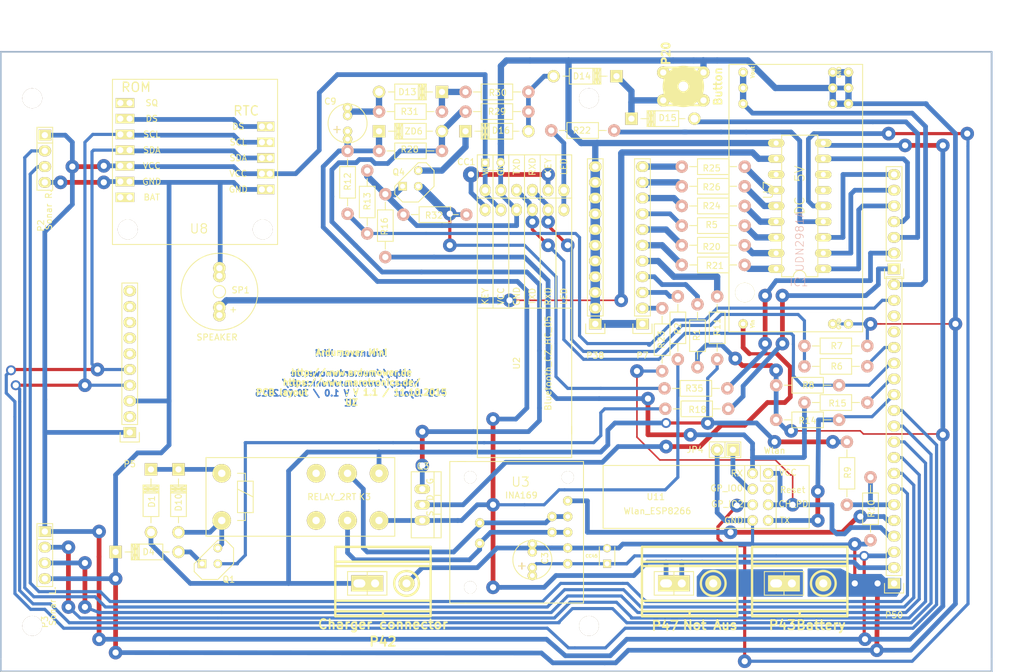
<source format=kicad_pcb>
(kicad_pcb (version 4) (host pcbnew "(2015-10-07 BZR 6253)-product")
  (title_block (title "Ardumower VCN PCB ") (date "23 Dez 2014") (rev 0,05))
  (layers (0 F.Cu signal) (31 B.Cu signal) (34 B.Paste user) (35 F.Paste user) (36 B.SilkS user) (37 F.SilkS user) (38 B.Mask user) (39 F.Mask user) (44 Edge.Cuts user))
  (net 0 "")
  (net 1 GND)
  (net 2 pinButton)
  (net 3 pinSonarRightTrigger)
  (net 4 pinSonarRightEcho)
  (net 5 pinSonarLeftTrigger)
  (net 6 pinSonarLeftEcho)
  (net 7 TX2)
  (net 8 pinChargeVoltage)
  (net 9 pinBatteryVoltage)
  (net 10 pinChargeCurrent)
  (net 11 RX1)
  (net 12 "Net-(Q1-PadB)")
  (net 13 TX1)
  (net 14 StationLed)
  (net 15 RX2)
  (net 16 "Net-(R6-Pad2)")
  (net 17 "Net-(D10-Pad1)")
  (net 18 "Net-(C9-Pad2)")
  (net 19 "Net-(D13-Pad2)")
  (net 20 "Net-(D14-Pad1)")
  (net 21 "Net-(D14-Pad2)")
  (net 22 "Net-(D16-Pad2)")
  (net 23 +3V3)
  (net 24 "Net-(K3-Pad5)")
  (net 25 "Net-(K3-Pad12)")
  (net 26 "Net-(Q3-PadG)")
  (net 27 "Net-(Q4-PadB)")
  (net 28 pinUndervoltageSwitch)
  (net 29 "Net-(R22-Pad1)")
  (net 30 "Net-(U8-PadDS)")
  (net 31 "Net-(U8-PadSQ)")
  (net 32 "Net-(U8-PadBat)")
  (net 33 "Net-(D1-Pad2)")
  (net 34 "Net-(D4-Pad1)")
  (net 35 "Net-(JP4-Pad1)")
  (net 36 "Net-(P7-Pad2)")
  (net 37 "Net-(P7-Pad3)")
  (net 38 "Net-(P7-Pad4)")
  (net 39 "Net-(P7-Pad5)")
  (net 40 "Net-(P7-Pad6)")
  (net 41 "Net-(P7-Pad7)")
  (net 42 "Net-(P7-Pad8)")
  (net 43 "Net-(P7-Pad9)")
  (net 44 "Net-(IC1-Pad11)")
  (net 45 DuoLED_Grün)
  (net 46 DuoLED-Rot)
  (net 47 Led-Status)
  (net 48 Led-BT)
  (net 49 Led-Wlan)
  (net 50 pinBuzzer)
  (net 51 "Net-(IC1-Pad13)")
  (net 52 "Net-(IC1-Pad14)")
  (net 53 "Net-(IC1-Pad15)")
  (net 54 "Net-(IC1-Pad16)")
  (net 55 "Net-(IC1-Pad17)")
  (net 56 "Net-(IC1-Pad18)")
  (net 57 "Net-(P7-Pad10)")
  (net 58 "Net-(P7-Pad11)")
  (net 59 +5V)
  (net 60 Motorstrom)
  (net 61 +BATT)
  (net 62 pinChargingEnable)
  (net 63 "Net-(P43-Pad1)")
  (net 64 "Net-(R15-Pad2)")
  (net 65 "Net-(U2-PadKey)")
  (net 66 SCL1)
  (net 67 SDA2)
  (net 68 "/UnterSpannungsSchutz/Batterieausgang 24V")
  (module ACS712:DC_DC_DSN2596_mit_Bohrloch_doppelte_Lochreihe (layer F.Cu) (at 241.3 93.98 90)
    (fp_text reference U7 (at 22.86 -15.24 90) (layer F.SilkS) (effects (font (size 1.5 1.5))))
    (fp_text value "DC  5V" (at 22.86 -10.16 90) (layer F.SilkS) (effects (font (size 1.5 1.5))))
    (fp_text user Vout (at 41.91 -17.78 90) (layer F.SilkS) (effects (font (size 0.6 0.6))))
    (fp_text user Vin (at 1.27 -17.78 90) (layer F.SilkS) (effects (font (size 0.6 0.6))))
    (fp_text user GND (at 1.27 -3.81 90) (layer F.SilkS) (effects (font (size 0.6 0.6))))
    (fp_text user GND (at 41.91 -3.81 90) (layer F.SilkS) (effects (font (size 0.6 0.6))))
    (pad 2 thru_hole circle (at 41.91 -19.304 90) (size 1.524 1.524) (drill 0.762) (layers *.Cu *.Mask F.SilkS) (net 60 Motorstrom))
    (pad 1 thru_hole circle (at 41.91 -2.286 90) (size 1.524 1.524) (drill 0.762) (layers *.Cu *.Mask F.SilkS) (net 1 GND))
    (pad 4 thru_hole circle (at 1.27 -2.286 90) (size 1.524 1.524) (drill 0.762) (layers *.Cu *.Mask F.SilkS) (net 1 GND))
    (pad 3 thru_hole circle (at 1.27 -19.304 90) (size 1.524 1.524) (drill 0.762) (layers *.Cu *.Mask F.SilkS) (net 68 "/UnterSpannungsSchutz/Batterieausgang 24V"))
    (pad ~ thru_hole circle (at 6.34 -19.04 90) (size 3.1 3.1) (drill 3.1) (layers *.Cu *.Mask F.SilkS))
    (pad 2 thru_hole circle (at 39.37 -19.304 90) (size 1.524 1.524) (drill 0.762) (layers *.Cu *.Mask F.SilkS) (net 60 Motorstrom))
    (pad 2 thru_hole circle (at 36.83 -19.304 90) (size 1.524 1.524) (drill 0.762) (layers *.Cu *.Mask F.SilkS) (net 60 Motorstrom))
    (pad 1 thru_hole circle (at 39.37 -2.286 90) (size 1.524 1.524) (drill 0.762) (layers *.Cu *.Mask F.SilkS) (net 1 GND))
    (pad 1 thru_hole circle (at 36.83 -2.286 90) (size 1.524 1.524) (drill 0.762) (layers *.Cu *.Mask F.SilkS) (net 1 GND))
    (pad 1 thru_hole circle (at 39.37 -4.826 90) (size 1.524 1.524) (drill 0.762) (layers *.Cu *.Mask F.SilkS) (net 1 GND))
    (pad 1 thru_hole circle (at 41.91 -4.826 90) (size 1.524 1.524) (drill 0.762) (layers *.Cu *.Mask F.SilkS) (net 1 GND))
    (pad 1 thru_hole circle (at 36.83 -4.826 90) (size 1.524 1.524) (drill 0.762) (layers *.Cu *.Mask F.SilkS) (net 1 GND))
    (pad 4 thru_hole circle (at 1.27 -4.826 90) (size 1.524 1.524) (drill 0.762) (layers *.Cu *.Mask F.SilkS) (net 1 GND))
  )
  (module ACS712:Bohrloch_3,2mm (layer F.Cu) (at 107.188 56.261)
    (fp_text reference B1 hide)
    (fp_text value Bohrloch_3,2mm hide)
    (pad 1 thru_hole circle (at 0 0) (size 3.2 3.2) (drill 3.2) (layers *.Cu *.Mask F.SilkS))
  )
  (module ACS712:Bohrloch_3,2mm (layer F.Cu) (at 107.188 141.478)
    (fp_text reference B2 hide)
    (fp_text value Bohrloch_3,2mm hide)
    (pad 1 thru_hole circle (at 0 0) (size 3.2 3.2) (drill 3.2) (layers *.Cu *.Mask F.SilkS))
  )
  (module ACS712:Bohrloch_3,2mm (layer F.Cu) (at 197.104 141.478)
    (fp_text reference B3 hide)
    (fp_text value Bohrloch_3,2mm hide)
    (pad 1 thru_hole circle (at 0 0) (size 3.2 3.2) (drill 3.2) (layers *.Cu *.Mask F.SilkS))
  )
  (module ACS712:Bohrloch_3,2mm (layer F.Cu) (at 197.104 56.261)
    (fp_text reference B4 hide)
    (fp_text value Bohrloch_3,2mm hide)
    (pad 1 thru_hole circle (at 0 0) (size 3.2 3.2) (drill 3.2) (layers *.Cu *.Mask F.SilkS))
  )
  (module ACS712:INA169 (layer F.Cu) (at 186.055 126.365 90)
    (fp_text reference U3 (at 8.128 0 360) (layer F.SilkS) (effects (font (size 1.5 1.5))))
    (fp_text value INA169 (at 5.969 0.127 360) (layer F.SilkS))
    (pad 2 thru_hole circle (at -2.54 7.62 90) (size 1.524 1.524) (drill 0.762) (layers *.Cu *.Mask F.SilkS) (net 1 GND))
    (pad 1 thru_hole circle (at -5.08 7.62 90) (size 1.524 1.524) (drill 0.762) (layers *.Cu *.Mask F.SilkS) (net 59 +5V))
    (pad 3 thru_hole circle (at 5.08 7.62 90) (size 1.524 1.524) (drill 0.762) (layers *.Cu *.Mask F.SilkS) (net 10 pinChargeCurrent))
    (pad 5 thru_hole circle (at -1.778 -6.604 90) (size 1.524 1.524) (drill 0.762) (layers *.Cu *.Mask F.SilkS) (net 24 "Net-(K3-Pad5)"))
    (pad 4 thru_hole circle (at 1.524 -6.604 90) (size 1.524 1.524) (drill 0.762) (layers *.Cu *.Mask F.SilkS) (net 25 "Net-(K3-Pad12)"))
    (pad "" thru_hole circle (at 8.89 7.62 90) (size 2 2) (drill 2) (layers *.Cu *.Mask F.SilkS))
    (pad "" thru_hole circle (at -8.89 -8.128 90) (size 2 2) (drill 2) (layers *.Cu *.Mask F.SilkS))
    (pad "" thru_hole circle (at 8.89 -8.128 90) (size 2 2) (drill 2) (layers *.Cu *.Mask F.SilkS))
    (pad 4 thru_hole circle (at 2.54 7.62 90) (size 1.524 1.524) (drill 0.762) (layers *.Cu *.Mask F.SilkS) (net 25 "Net-(K3-Pad12)"))
    (pad 5 thru_hole circle (at 0 7.62 90) (size 1.524 1.524) (drill 0.762) (layers *.Cu *.Mask F.SilkS) (net 24 "Net-(K3-Pad5)"))
    (pad 5 thru_hole circle (at 0 5.08 90) (size 1.524 1.524) (drill 0.762) (layers *.Cu *.Mask F.SilkS) (net 24 "Net-(K3-Pad5)"))
    (pad 4 thru_hole circle (at 2.54 5.08 90) (size 1.524 1.524) (drill 0.762) (layers *.Cu *.Mask F.SilkS) (net 25 "Net-(K3-Pad12)"))
  )
  (module Transistors_TO-220:TO-220_FET-GDS_Vertical (layer F.Cu) (at 170.18 121.92 270)
    (fp_text reference Q3 (at -6.223 -0.127 360) (layer F.SilkS))
    (fp_text value IRF9540N)
    (fp_text user S (at 1.397 -1.27 270) (layer F.SilkS))
    (fp_text user D (at -1.143 -1.27 270) (layer F.SilkS))
    (fp_text user G (at -3.81 -1.27 270) (layer F.SilkS))
    (pad D thru_hole oval (at 0 0) (size 2.49936 1.50114) (drill 1.00076) (layers *.Cu *.Mask F.SilkS) (net 68 "/UnterSpannungsSchutz/Batterieausgang 24V"))
    (pad G thru_hole oval (at -2.54 0) (size 2.49936 1.50114) (drill 1.00076) (layers *.Cu *.Mask F.SilkS) (net 26 "Net-(Q3-PadG)"))
    (pad S thru_hole oval (at 2.54 0) (size 2.49936 1.50114) (drill 1.00076) (layers *.Cu *.Mask F.SilkS) (net 61 +BATT))
  )
  (module ACS712:Buzzer_12x9.5RM7.6_RM5.0 (layer F.Cu) (at 137.414 87.503 270)
    (fp_text reference SP1 (at -0.254 -3.429 360) (layer F.SilkS))
    (fp_text value SPEAKER (at 7.366 0.381 360) (layer F.SilkS))
    (fp_text user + (at 2.921 -2.159 270) (layer F.SilkS))
    (pad 1 thru_hole circle (at -3.79984 0 270) (size 2 2) (drill 1.00076) (layers *.Cu *.Mask F.SilkS) (net 1 GND))
    (pad 2 thru_hole circle (at 3.79984 0 270) (size 2 2) (drill 1.00076) (layers *.Cu *.Mask F.SilkS) (net 44 "Net-(IC1-Pad11)"))
    (pad 1 thru_hole circle (at -2.54 0 270) (size 2 2) (drill 1.00076) (layers *.Cu *.Mask F.SilkS) (net 1 GND))
    (pad 2 thru_hole circle (at 2.54 0 270) (size 2 2) (drill 1.00076) (layers *.Cu *.Mask F.SilkS) (net 44 "Net-(IC1-Pad11)"))
  )
  (module ACS712:Wlan_ESP8266_3D (layer F.Cu) (at 224.79 120.65 90)
    (fp_text reference U11 (at 0 -16.891 180) (layer F.SilkS))
    (fp_text value Wlan_ESP8266 (at -2.286 -16.637 180) (layer F.SilkS))
    (fp_text user GP_IO2 (at -1.143 -5.334 180) (layer F.SilkS))
    (fp_text user RX (at 3.81 -3.81 180) (layer F.SilkS))
    (fp_text user Reset (at 1.143 5.207 180) (layer F.SilkS))
    (fp_text user CH_PD (at -1.143 5.334 180) (layer F.SilkS))
    (fp_text user GND (at -3.81 -4.318 180) (layer F.SilkS))
    (fp_text user VCC (at 3.937 4.445 180) (layer F.SilkS))
    (fp_text user TX (at -3.81 3.937 360) (layer F.SilkS))
    (fp_text user GP_IO0 (at 1.397 -5.461 180) (layer F.SilkS))
    (pad VCC thru_hole circle (at 3.81 1.27 270) (size 1.7272 1.7272) (drill 1.016) (layers *.Cu *.Mask F.SilkS) (net 23 +3V3))
    (pad RX thru_hole oval (at 3.81 -1.27 270) (size 1.7272 1.7272) (drill 1.016) (layers *.Cu *.Mask F.SilkS) (net 64 "Net-(R15-Pad2)"))
    (pad Rese thru_hole oval (at 1.27 1.27 270) (size 1.7272 1.7272) (drill 1.016) (layers *.Cu *.Mask F.SilkS))
    (pad GP_0 thru_hole oval (at 1.27 -1.27 270) (size 1.7272 1.7272) (drill 1.016) (layers *.Cu *.Mask F.SilkS) (net 35 "Net-(JP4-Pad1)"))
    (pad CH_P thru_hole oval (at -1.27 1.27 270) (size 1.7272 1.7272) (drill 1.016) (layers *.Cu *.Mask F.SilkS) (net 23 +3V3))
    (pad GP_2 thru_hole oval (at -1.27 -1.27 270) (size 1.7272 1.7272) (drill 1.016) (layers *.Cu *.Mask F.SilkS) (net 49 Led-Wlan))
    (pad TX thru_hole oval (at -3.81 1.27 270) (size 1.7272 1.7272) (drill 1.016) (layers *.Cu *.Mask F.SilkS) (net 11 RX1))
    (pad GND thru_hole oval (at -3.81 -1.27 270) (size 1.7272 1.7272) (drill 1.016) (layers *.Cu *.Mask F.SilkS) (net 1 GND))
  )
  (module ACS712:Elko_vert_11.2x6.3mm_RM2.5_RM5.0 (layer F.Cu) (at 187.96 132.08 90)
    (fp_text reference C3 (at 1.524 2.032 90) (layer F.SilkS))
    (fp_text value 1,0uF)
    (fp_line (start 0.26924 -1.69926) (end 0.76962 -1.69926) (layer F.Cu) (width 0.15))
    (fp_line (start 0.26924 -1.69926) (end 0.26924 -2.19964) (layer F.Cu) (width 0.15))
    (fp_line (start -0.23114 -1.69926) (end 0.26924 -1.69926) (layer F.Cu) (width 0.15))
    (fp_line (start 0.26924 -1.69926) (end 0.26924 -1.30048) (layer F.Cu) (width 0.15))
    (fp_line (start 0.26924 -1.30048) (end 0.26924 -1.19888) (layer F.Cu) (width 0.15))
    (pad 2 thru_hole circle (at 2.54 0 90) (size 1.50114 1.50114) (drill 0.8001) (layers *.Cu *.Mask F.SilkS) (net 1 GND))
    (pad 1 thru_hole circle (at 0 0 90) (size 1.50114 1.50114) (drill 0.8001) (layers *.Cu *.Mask F.SilkS) (net 59 +5V))
    (pad 1 thru_hole circle (at -1.27 0 90) (size 1.524 1.524) (drill 0.762) (layers *.Cu *.Mask F.SilkS) (net 59 +5V))
    (pad 2 thru_hole circle (at 3.81 0 90) (size 1.524 1.524) (drill 0.762) (layers *.Cu *.Mask F.SilkS) (net 1 GND))
  )
  (module ACS712:Elko_vert_11.2x6.3mm_RM2.5_RM5.0 (layer F.Cu) (at 158.115 61.595 90)
    (fp_text reference C9 (at 4.826 -2.794 180) (layer F.SilkS))
    (fp_text value 22uF hide)
    (fp_line (start 0.26924 -1.69926) (end 0.76962 -1.69926) (layer F.Cu) (width 0.15))
    (fp_line (start 0.26924 -1.69926) (end 0.26924 -2.19964) (layer F.Cu) (width 0.15))
    (fp_line (start -0.23114 -1.69926) (end 0.26924 -1.69926) (layer F.Cu) (width 0.15))
    (fp_line (start 0.26924 -1.69926) (end 0.26924 -1.30048) (layer F.Cu) (width 0.15))
    (fp_line (start 0.26924 -1.30048) (end 0.26924 -1.19888) (layer F.Cu) (width 0.15))
    (pad 2 thru_hole circle (at 2.54 0 90) (size 1.50114 1.50114) (drill 0.8001) (layers *.Cu *.Mask F.SilkS) (net 18 "Net-(C9-Pad2)"))
    (pad 1 thru_hole circle (at 0 0 90) (size 1.50114 1.50114) (drill 0.8001) (layers *.Cu *.Mask F.SilkS) (net 61 +BATT))
    (pad 1 thru_hole circle (at -1.27 0 90) (size 1.524 1.524) (drill 0.762) (layers *.Cu *.Mask F.SilkS) (net 61 +BATT))
    (pad 2 thru_hole circle (at 3.81 0 90) (size 1.524 1.524) (drill 0.762) (layers *.Cu *.Mask F.SilkS) (net 18 "Net-(C9-Pad2)"))
  )
  (module ACS712:Anschlussklemme_RM5,08-RM7,62 (layer F.Cu) (at 163.83 134.62)
    (fp_text reference P42 (at 0 9.398) (layer F.SilkS) (effects (font (size 1.5 1.5) (thickness 0.3))))
    (fp_text value "Charger connector" (at 0 6.6) (layer F.SilkS) (effects (font (size 1.5 1.5) (thickness 0.3))))
    (pad 1 thru_hole rect (at -3.81 0) (size 2.6 2.6) (drill oval 1.9 1.3) (layers *.Cu *.Mask F.SilkS) (net 14 StationLed))
    (pad 2 thru_hole circle (at 3.81 0) (size 2.6 2.6) (drill 1.3) (layers *.Cu *.Mask F.SilkS) (net 1 GND))
    (pad 1 thru_hole rect (at -1.27 0) (size 2.6 2.6) (drill 1.3) (layers *.Cu *.Mask F.SilkS) (net 14 StationLed))
    (pad 1 thru_hole rect (at -3.81 0) (size 2.6 2.6) (drill oval 1.9 1.3) (layers *.Cu *.Mask F.SilkS) (net 14 StationLed))
  )
  (module ACS712:Anschlussklemme_RM5,08-RM7,62 (layer F.Cu) (at 231.14 134.62)
    (fp_text reference P43 (at -2.794 6.731) (layer F.SilkS) (effects (font (size 1.5 1.5) (thickness 0.3))))
    (fp_text value Battery (at 3.429 6.731) (layer F.SilkS) (effects (font (size 1.5 1.5) (thickness 0.3))))
    (pad 1 thru_hole rect (at -3.81 0) (size 2.6 2.6) (drill oval 1.9 1.3) (layers *.Cu *.Mask F.SilkS) (net 63 "Net-(P43-Pad1)"))
    (pad 2 thru_hole circle (at 3.81 0) (size 2.6 2.6) (drill 1.3) (layers *.Cu *.Mask F.SilkS) (net 1 GND))
    (pad 1 thru_hole rect (at -1.27 0) (size 2.6 2.6) (drill 1.3) (layers *.Cu *.Mask F.SilkS) (net 63 "Net-(P43-Pad1)"))
    (pad 1 thru_hole rect (at -3.81 0) (size 2.6 2.6) (drill oval 1.9 1.3) (layers *.Cu *.Mask F.SilkS) (net 63 "Net-(P43-Pad1)"))
  )
  (module ACS712:Anschlussklemme_RM5,08-RM7,62 (layer F.Cu) (at 213.36 134.62)
    (fp_text reference P47 (at -3.937 6.858) (layer F.SilkS) (effects (font (size 1.5 1.5) (thickness 0.3))))
    (fp_text value "Not Aus" (at 3.302 6.731) (layer F.SilkS) (effects (font (size 1.5 1.5) (thickness 0.3))))
    (pad 1 thru_hole rect (at -3.81 0) (size 2.6 2.6) (drill oval 1.9 1.3) (layers *.Cu *.Mask F.SilkS) (net 61 +BATT))
    (pad 2 thru_hole circle (at 3.81 0) (size 2.6 2.6) (drill 1.3) (layers *.Cu *.Mask F.SilkS) (net 63 "Net-(P43-Pad1)"))
    (pad 1 thru_hole rect (at -1.27 0) (size 2.6 2.6) (drill 1.3) (layers *.Cu *.Mask F.SilkS) (net 61 +BATT))
    (pad 1 thru_hole rect (at -3.81 0) (size 2.6 2.6) (drill oval 1.9 1.3) (layers *.Cu *.Mask F.SilkS) (net 61 +BATT))
  )
  (module ACS712:Pin_Header_Straight_1x04 (layer F.Cu) (at 109.22 66.04 270)
    (fp_text reference P2 (at 10.795 0.635 270) (layer F.SilkS))
    (fp_text value "Sonar R." (at 8.255 -0.635 270) (layer F.SilkS))
    (pad 1 thru_hole rect (at -3.81 0 270) (size 1.7272 2.032) (drill 1.016) (layers *.Cu *.Mask F.SilkS) (net 59 +5V))
    (pad 2 thru_hole oval (at -1.27 0 270) (size 1.7272 2.032) (drill 1.016) (layers *.Cu *.Mask F.SilkS) (net 3 pinSonarRightTrigger))
    (pad 3 thru_hole oval (at 1.27 0 270) (size 1.7272 2.032) (drill 1.016) (layers *.Cu *.Mask F.SilkS) (net 4 pinSonarRightEcho))
    (pad 4 thru_hole oval (at 3.81 0 270) (size 1.7272 2.032) (drill 1.016) (layers *.Cu *.Mask F.SilkS) (net 1 GND))
  )
  (module ACS712:Pin_Header_Straight_1x04 (layer F.Cu) (at 109.22 130.048 270)
    (fp_text reference P3 (at 10.795 0 270) (layer F.SilkS))
    (fp_text value "Sonar L." (at 8.255 -1.27 270) (layer F.SilkS))
    (pad 1 thru_hole rect (at -3.81 0 270) (size 1.7272 2.032) (drill 1.016) (layers *.Cu *.Mask F.SilkS) (net 59 +5V))
    (pad 2 thru_hole oval (at -1.27 0 270) (size 1.7272 2.032) (drill 1.016) (layers *.Cu *.Mask F.SilkS) (net 5 pinSonarLeftTrigger))
    (pad 3 thru_hole oval (at 1.27 0 270) (size 1.7272 2.032) (drill 1.016) (layers *.Cu *.Mask F.SilkS) (net 6 pinSonarLeftEcho))
    (pad 4 thru_hole oval (at 3.81 0 270) (size 1.7272 2.032) (drill 1.016) (layers *.Cu *.Mask F.SilkS) (net 1 GND))
  )
  (module ACS712:Relais_DPDT_Schrack-RT2_RM5mm_3D_Kontaktbelegung_geändert_FIN40.52.9_6V (layer F.Cu) (at 137.795 124.46)
    (fp_text reference K3 (at 23.114 -3.81) (layer F.SilkS))
    (fp_text value RELAY_2RT (at 17.78 -3.81) (layer F.SilkS))
    (pad 8 thru_hole circle (at 0 -7.62) (size 2.99974 2.99974) (drill 1.19888) (layers *.Cu *.Mask F.SilkS) (net 33 "Net-(D1-Pad2)"))
    (pad 9 thru_hole circle (at 0 0) (size 2.99974 2.99974) (drill 1.19888) (layers *.Cu *.Mask F.SilkS) (net 17 "Net-(D10-Pad1)"))
    (pad 3 thru_hole circle (at 15.24 0) (size 2.99974 2.99974) (drill 1.19888) (layers *.Cu *.Mask F.SilkS))
    (pad 5 thru_hole circle (at 20.32 0) (size 2.99974 2.99974) (drill 1.19888) (layers *.Cu *.Mask F.SilkS) (net 24 "Net-(K3-Pad5)"))
    (pad 1 thru_hole circle (at 25.4 0) (size 2.99974 2.99974) (drill 1.19888) (layers *.Cu *.Mask F.SilkS) (net 61 +BATT))
    (pad 14 thru_hole circle (at 15.24 -7.62) (size 2.99974 2.99974) (drill 1.19888) (layers *.Cu *.Mask F.SilkS))
    (pad 12 thru_hole circle (at 20.32 -7.62) (size 2.99974 2.99974) (drill 1.19888) (layers *.Cu *.Mask F.SilkS) (net 25 "Net-(K3-Pad12)"))
    (pad 16 thru_hole circle (at 25.4 -7.62) (size 2.99974 2.99974) (drill 1.19888) (layers *.Cu *.Mask F.SilkS) (net 14 StationLed))
  )
  (module ACS712:Diode_ligend_RM10 (layer F.Cu) (at 168.275 61.595 180)
    (fp_text reference ZD6 (at -0.508 0 180) (layer F.SilkS))
    (fp_text value ZPD15 hide)
    (pad 1 thru_hole circle (at -5.08 0 180) (size 1.99898 1.99898) (drill 1.27) (layers *.Cu *.Mask F.SilkS) (net 26 "Net-(Q3-PadG)"))
    (pad 2 thru_hole rect (at 5.08 0 180) (size 1.99898 1.99898) (drill 1.00076) (layers *.Cu *.Mask F.SilkS) (net 61 +BATT))
  )
  (module ACS712:Diode_ligend_RM10 (layer F.Cu) (at 130.81 121.285 90)
    (fp_text reference D10 (at -0.254 0 90) (layer F.SilkS))
    (fp_text value 1N4148 hide)
    (pad 1 thru_hole circle (at -5.08 0 90) (size 1.99898 1.99898) (drill 1.27) (layers *.Cu *.Mask F.SilkS) (net 17 "Net-(D10-Pad1)"))
    (pad 2 thru_hole rect (at 5.08 0 90) (size 1.99898 1.99898) (drill 1.00076) (layers *.Cu *.Mask F.SilkS) (net 33 "Net-(D1-Pad2)"))
  )
  (module ACS712:Diode_ligend_RM10 (layer F.Cu) (at 168.275 55.245)
    (fp_text reference D13 (at -0.508 0) (layer F.SilkS))
    (fp_text value 1N5819 hide)
    (pad 1 thru_hole circle (at -5.08 0) (size 1.99898 1.99898) (drill 1.27) (layers *.Cu *.Mask F.SilkS) (net 18 "Net-(C9-Pad2)"))
    (pad 2 thru_hole rect (at 5.08 0) (size 1.99898 1.99898) (drill 1.00076) (layers *.Cu *.Mask F.SilkS) (net 19 "Net-(D13-Pad2)"))
  )
  (module ACS712:Diode_ligend_RM10 (layer F.Cu) (at 196.469 52.705)
    (fp_text reference D14 (at -0.508 0) (layer F.SilkS))
    (fp_text value 1N4148 hide)
    (pad 1 thru_hole circle (at -5.08 0) (size 1.99898 1.99898) (drill 1.27) (layers *.Cu *.Mask F.SilkS) (net 20 "Net-(D14-Pad1)"))
    (pad 2 thru_hole rect (at 5.08 0) (size 1.99898 1.99898) (drill 1.00076) (layers *.Cu *.Mask F.SilkS) (net 21 "Net-(D14-Pad2)"))
  )
  (module ACS712:Diode_ligend_RM10 (layer F.Cu) (at 209.042 59.563 180)
    (fp_text reference D15 (at -0.762 0.127 180) (layer F.SilkS))
    (fp_text value 1N4148)
    (pad 1 thru_hole circle (at -5.08 0 180) (size 1.99898 1.99898) (drill 1.27) (layers *.Cu *.Mask F.SilkS) (net 2 pinButton))
    (pad 2 thru_hole rect (at 5.08 0 180) (size 1.99898 1.99898) (drill 1.00076) (layers *.Cu *.Mask F.SilkS) (net 21 "Net-(D14-Pad2)"))
  )
  (module ACS712:Diode_ligend_RM10 (layer F.Cu) (at 182.245 61.595 180)
    (fp_text reference D16 (at -0.635 0.127 180) (layer F.SilkS))
    (fp_text value 1N5819 hide)
    (pad 1 thru_hole circle (at -5.08 0 180) (size 1.99898 1.99898) (drill 1.27) (layers *.Cu *.Mask F.SilkS) (net 20 "Net-(D14-Pad1)"))
    (pad 2 thru_hole rect (at 5.08 0 180) (size 1.99898 1.99898) (drill 1.00076) (layers *.Cu *.Mask F.SilkS) (net 22 "Net-(D16-Pad2)"))
  )
  (module ACS712:TO92-EBC (layer F.Cu) (at 135.89 130.175 180)
    (fp_text reference Q1 (at -3.048 -3.81 360) (layer F.SilkS))
    (fp_text value BC547)
    (pad E thru_hole rect (at 1.27 -1.27 180) (size 1.397 1.397) (drill 0.8128) (layers *.Cu *.Mask F.SilkS) (net 34 "Net-(D4-Pad1)"))
    (pad B thru_hole circle (at -1.27 -1.27 180) (size 1.397 1.397) (drill 0.8128) (layers *.Cu *.Mask F.SilkS) (net 12 "Net-(Q1-PadB)"))
    (pad C thru_hole circle (at -1.27 1.27 180) (size 1.397 1.397) (drill 0.8128) (layers *.Cu *.Mask F.SilkS) (net 17 "Net-(D10-Pad1)"))
  )
  (module ACS712:TO92-EBC (layer F.Cu) (at 168.275 69.215 180)
    (fp_text reference Q4 (at 1.905 1.016 360) (layer F.SilkS))
    (fp_text value BC337 hide)
    (pad E thru_hole rect (at 1.27 -1.27 180) (size 1.397 1.397) (drill 0.8128) (layers *.Cu *.Mask F.SilkS) (net 1 GND))
    (pad B thru_hole circle (at -1.27 -1.27 180) (size 1.397 1.397) (drill 0.8128) (layers *.Cu *.Mask F.SilkS) (net 27 "Net-(Q4-PadB)"))
    (pad C thru_hole circle (at -1.27 1.27 180) (size 1.397 1.397) (drill 0.8128) (layers *.Cu *.Mask F.SilkS) (net 22 "Net-(D16-Pad2)"))
  )
  (module ACS712:Bluetooth_Buchse_Platz (layer F.Cu) (at 186.69 71.12 180)
    (fp_text reference U2 (at 1.27 -27.94 270) (layer F.SilkS))
    (fp_text value Bluetooth_CZ_HC_05 (at -3.81 -27.94 270) (layer F.SilkS))
    (fp_text user KEY (at 6.35 -17.145 270) (layer F.SilkS))
    (fp_text user VCC (at 6.35 3.81 270) (layer F.SilkS))
    (fp_text user GND (at 3.81 3.81 270) (layer F.SilkS))
    (fp_text user TXD (at 1.27 3.81 270) (layer F.SilkS))
    (fp_text user RXD (at -1.27 3.81 270) (layer F.SilkS))
    (fp_text user KEY (at -3.81 3.81 270) (layer F.SilkS))
    (fp_text user LED (at -6.35 3.81 270) (layer F.SilkS))
    (fp_text user LED (at -6.35 -17.145 270) (layer F.SilkS))
    (fp_text user TXD (at -1.27 -17.145 270) (layer F.SilkS))
    (fp_text user GND (at 1.27 -17.145 270) (layer F.SilkS))
    (fp_text user VCC (at 3.81 -17.145 270) (layer F.SilkS))
    (fp_text user RXD (at -3.81 -17.145 270) (layer F.SilkS))
    (pad VCC thru_hole oval (at 6.35 0) (size 1.7272 2.032) (drill 1.016) (layers *.Cu *.Mask F.SilkS) (net 59 +5V))
    (pad GND thru_hole oval (at 3.81 0) (size 1.7272 2.032) (drill 1.016) (layers *.Cu *.Mask F.SilkS) (net 1 GND))
    (pad TXD thru_hole oval (at 1.27 0) (size 1.7272 2.032) (drill 1.016) (layers *.Cu *.Mask F.SilkS) (net 15 RX2))
    (pad RXD thru_hole oval (at -1.27 0) (size 1.7272 2.032) (drill 1.016) (layers *.Cu *.Mask F.SilkS) (net 16 "Net-(R6-Pad2)"))
    (pad Key thru_hole oval (at -3.81 0) (size 1.7272 2.032) (drill 1.016) (layers *.Cu *.Mask F.SilkS) (net 65 "Net-(U2-PadKey)"))
    (pad LED thru_hole oval (at -6.35 0) (size 1.7272 2.032) (drill 1.016) (layers *.Cu *.Mask F.SilkS) (net 29 "Net-(R22-Pad1)"))
    (pad LED thru_hole oval (at -6.35 0) (size 1.7272 2.032) (drill 1.016) (layers *.Cu *.Mask F.SilkS) (net 29 "Net-(R22-Pad1)"))
    (pad LED thru_hole oval (at -6.35 0) (size 1.7272 2.032) (drill 1.016) (layers *.Cu *.Mask F.SilkS) (net 29 "Net-(R22-Pad1)"))
    (pad LED thru_hole oval (at -6.35 -3.175) (size 1.7272 2.032) (drill 1.016) (layers *.Cu *.Mask F.SilkS) (net 29 "Net-(R22-Pad1)"))
    (pad RXD thru_hole oval (at -3.81 -3.175) (size 1.7272 2.032) (drill 1.016) (layers *.Cu *.Mask F.SilkS) (net 16 "Net-(R6-Pad2)"))
    (pad TXD thru_hole oval (at -1.27 -3.175) (size 1.7272 2.032) (drill 1.016) (layers *.Cu *.Mask F.SilkS) (net 15 RX2))
    (pad GND thru_hole oval (at 1.27 -3.175) (size 1.7272 2.032) (drill 1.016) (layers *.Cu *.Mask F.SilkS) (net 1 GND))
    (pad VCC thru_hole oval (at 3.81 -3.175) (size 1.7272 2.032) (drill 1.016) (layers *.Cu *.Mask F.SilkS) (net 59 +5V))
    (pad Key thru_hole oval (at 6.35 -3.175) (size 1.7272 2.032) (drill 1.016) (layers *.Cu *.Mask F.SilkS) (net 65 "Net-(U2-PadKey)"))
  )
  (module Capacitors_ThroughHole:C_Disc_D3_P2.5 (layer F.Cu) (at 180.34 66.675)
    (fp_text reference CC1 (at -3.048 -0.127 180) (layer F.SilkS))
    (fp_text value 100nF hide)
    (pad 1 thru_hole rect (at 0 0) (size 1.3 1.3) (drill 0.8) (layers *.Cu *.Mask F.SilkS) (net 59 +5V))
    (pad 2 thru_hole circle (at 2.5 0) (size 1.3 1.3) (drill 0.8001) (layers *.Cu *.Mask F.SilkS) (net 1 GND))
  )
  (module ACS712:Tiny_RTC_DS1307_geändert_mit_Bohrloch_4Lochreihen (layer F.Cu) (at 134.112 68.453)
    (fp_text reference U8 (at 0 8.89) (layer F.SilkS) (effects (font (size 1.5 1.5))))
    (fp_text value DS1307+)
    (fp_text user ROM (at -10.16 -13.97) (layer F.SilkS) (effects (font (size 1.5 1.5) (thickness 0.2))))
    (fp_text user RTC (at 7.62 -10.16) (layer F.SilkS) (effects (font (size 1.5 1.5) (thickness 0.2))))
    (fp_text user DS (at -7.62 -8.89) (layer F.SilkS))
    (fp_text user SQ (at -7.62 -11.43) (layer F.SilkS))
    (fp_text user SCL (at -7.62 -6.35) (layer F.SilkS))
    (fp_text user SDA (at -7.62 -3.81) (layer F.SilkS))
    (fp_text user VCC (at -7.62 -1.27) (layer F.SilkS))
    (fp_text user BAT (at -7.62 3.81) (layer F.SilkS))
    (fp_text user GND (at -7.62 1.27) (layer F.SilkS))
    (fp_text user VCC (at 6.35 0) (layer F.SilkS))
    (fp_text user GND (at 6.35 2.54) (layer F.SilkS))
    (fp_text user SDA (at 6.35 -2.54) (layer F.SilkS))
    (fp_text user SCL (at 6.35 -5.08) (layer F.SilkS))
    (fp_text user DS (at 6.35 -7.62) (layer F.SilkS))
    (pad SCL thru_hole rect (at -11.2 -6.35) (size 1.524 1.524) (drill 1) (layers *.Cu *.Mask F.SilkS) (net 66 SCL1))
    (pad DS thru_hole rect (at -11.2 -8.89) (size 1.524 1.524) (drill 1) (layers *.Cu *.Mask F.SilkS) (net 30 "Net-(U8-PadDS)"))
    (pad SQ thru_hole rect (at -11.2 -11.43) (size 1.524 1.524) (drill 1) (layers *.Cu *.Mask F.SilkS) (net 31 "Net-(U8-PadSQ)"))
    (pad VCC thru_hole rect (at -11.2 -1.27) (size 1.524 1.524) (drill 1) (layers *.Cu *.Mask F.SilkS) (net 59 +5V))
    (pad SDA thru_hole rect (at -11.2 -3.81) (size 1.524 1.524) (drill 1) (layers *.Cu *.Mask F.SilkS) (net 67 SDA2))
    (pad GND thru_hole rect (at -11.2 1.27) (size 1.524 1.524) (drill 1) (layers *.Cu *.Mask F.SilkS) (net 1 GND))
    (pad Bat thru_hole rect (at -11.2 3.81) (size 1.524 1.524) (drill 1) (layers *.Cu *.Mask F.SilkS) (net 32 "Net-(U8-PadBat)"))
    (pad DS thru_hole rect (at 10.16 -7.62) (size 1.524 1.524) (drill 1) (layers *.Cu *.Mask F.SilkS) (net 30 "Net-(U8-PadDS)"))
    (pad SDA thru_hole rect (at 10.16 -2.54) (size 1.524 1.524) (drill 1) (layers *.Cu *.Mask F.SilkS) (net 67 SDA2))
    (pad SCL thru_hole rect (at 10.16 -5.08) (size 1.524 1.524) (drill 1) (layers *.Cu *.Mask F.SilkS) (net 66 SCL1))
    (pad VCC thru_hole rect (at 10.16 0) (size 1.524 1.524) (drill 1) (layers *.Cu *.Mask F.SilkS) (net 59 +5V))
    (pad GND thru_hole rect (at 10.16 2.54) (size 1.524 1.524) (drill 1) (layers *.Cu *.Mask F.SilkS) (net 1 GND))
    (pad ~ thru_hole circle (at 10.3 9) (size 3.2 3.2) (drill 3.2) (layers *.Cu *.Mask F.SilkS))
    (pad ~ thru_hole circle (at -11.5 9) (size 3.2 3.2) (drill 3.2) (layers *.Cu *.Mask F.SilkS))
    (pad DS thru_hole rect (at -12.7 -8.89) (size 1.524 1.524) (drill 1) (layers *.Cu *.Mask F.SilkS) (net 30 "Net-(U8-PadDS)"))
    (pad SQ thru_hole rect (at -12.7 -11.43) (size 1.524 1.524) (drill 1) (layers *.Cu *.Mask F.SilkS) (net 31 "Net-(U8-PadSQ)"))
    (pad SCL thru_hole rect (at -12.7 -6.35) (size 1.524 1.524) (drill 1) (layers *.Cu *.Mask F.SilkS) (net 66 SCL1))
    (pad SDA thru_hole rect (at -12.7 -3.81) (size 1.524 1.524) (drill 1) (layers *.Cu *.Mask F.SilkS) (net 67 SDA2))
    (pad VCC thru_hole rect (at -12.7 -1.27) (size 1.524 1.524) (drill 1) (layers *.Cu *.Mask F.SilkS) (net 59 +5V))
    (pad GND thru_hole rect (at -12.7 1.27) (size 1.524 1.524) (drill 1) (layers *.Cu *.Mask F.SilkS) (net 1 GND))
    (pad Bat thru_hole rect (at -12.7 3.81) (size 1.524 1.524) (drill 1) (layers *.Cu *.Mask F.SilkS) (net 32 "Net-(U8-PadBat)"))
    (pad GND thru_hole rect (at 11.43 2.54) (size 1.524 1.524) (drill 1) (layers *.Cu *.Mask F.SilkS) (net 1 GND))
    (pad VCC thru_hole rect (at 11.43 0) (size 1.524 1.524) (drill 1) (layers *.Cu *.Mask F.SilkS) (net 59 +5V))
    (pad SDA thru_hole rect (at 11.43 -2.54) (size 1.524 1.524) (drill 1) (layers *.Cu *.Mask F.SilkS) (net 67 SDA2))
    (pad SCL thru_hole rect (at 11.43 -5.08) (size 1.524 1.524) (drill 1) (layers *.Cu *.Mask F.SilkS) (net 66 SCL1))
    (pad DS thru_hole rect (at 11.43 -7.62) (size 1.524 1.524) (drill 1) (layers *.Cu *.Mask F.SilkS) (net 30 "Net-(U8-PadDS)"))
  )
  (module Capacitors_ThroughHole:C_Disc_D3_P2.5 (layer F.Cu) (at 200.025 131.445 90)
    (fp_text reference CC45 (at 1.25 -2.5 360) (layer F.SilkS) (effects (font (size 0.5 0.5) (thickness 0.125))))
    (fp_text value 100nF)
    (pad 1 thru_hole rect (at 0 0 90) (size 1.3 1.3) (drill 0.8) (layers *.Cu *.Mask F.SilkS) (net 59 +5V))
    (pad 2 thru_hole circle (at 2.5 0 90) (size 1.3 1.3) (drill 0.8001) (layers *.Cu *.Mask F.SilkS) (net 1 GND))
  )
  (module ACS712:Diode_ligend_RM10 (layer F.Cu) (at 125.73 129.54 180)
    (fp_text reference D4 (at -0.254 0 180) (layer F.SilkS))
    (fp_text value 1N4148)
    (pad 1 thru_hole circle (at -5.08 0 180) (size 1.99898 1.99898) (drill 1.27) (layers *.Cu *.Mask F.SilkS) (net 34 "Net-(D4-Pad1)"))
    (pad 2 thru_hole rect (at 5.08 0 180) (size 1.99898 1.99898) (drill 1.00076) (layers *.Cu *.Mask F.SilkS) (net 1 GND))
  )
  (module ACS712:Pin_Header_Straight_1x02 (layer F.Cu) (at 219.075 113.03 180)
    (fp_text reference JP4 (at 4.826 0 180) (layer F.SilkS))
    (fp_text value Wlan (at -8.001 -0.127 180) (layer F.SilkS))
    (pad 1 thru_hole rect (at -1.27 0 180) (size 2.032 2.032) (drill 1.016) (layers *.Cu *.Mask F.SilkS) (net 35 "Net-(JP4-Pad1)"))
    (pad 2 thru_hole oval (at 1.27 0 180) (size 2.032 2.032) (drill 1.016) (layers *.Cu *.Mask F.SilkS) (net 1 GND))
  )
  (module 40xx:40xx-DIL18 (layer F.Cu) (at 231.14 73.66 90)
    (fp_text reference IC1 (at -12.319 -0.127 180) (layer B.SilkS) (effects (font (size 1.27 1.27) (thickness 0.0889))))
    (fp_text value UDN2981A (at -5.715 0 90) (layer B.SilkS) (effects (font (size 1.27 1.27) (thickness 0.0889))))
    (pad 1 thru_hole oval (at -10.16 3.81 90) (size 1.3208 2.6416) (drill 0.8128) (layers *.Cu F.Paste F.SilkS F.Mask) (net 45 DuoLED_Grün))
    (pad 2 thru_hole oval (at -7.62 3.81 90) (size 1.3208 2.6416) (drill 0.8128) (layers *.Cu F.Paste F.SilkS F.Mask) (net 46 DuoLED-Rot))
    (pad 3 thru_hole oval (at -5.08 3.81 90) (size 1.3208 2.6416) (drill 0.8128) (layers *.Cu F.Paste F.SilkS F.Mask) (net 47 Led-Status))
    (pad 4 thru_hole oval (at -2.54 3.81 90) (size 1.3208 2.6416) (drill 0.8128) (layers *.Cu F.Paste F.SilkS F.Mask) (net 48 Led-BT))
    (pad 5 thru_hole oval (at 0 3.81 90) (size 1.3208 2.6416) (drill 0.8128) (layers *.Cu F.Paste F.SilkS F.Mask) (net 49 Led-Wlan))
    (pad 6 thru_hole oval (at 2.54 3.81 90) (size 1.3208 2.6416) (drill 0.8128) (layers *.Cu F.Paste F.SilkS F.Mask))
    (pad 7 thru_hole oval (at 5.08 3.81 90) (size 1.3208 2.6416) (drill 0.8128) (layers *.Cu F.Paste F.SilkS F.Mask))
    (pad 8 thru_hole oval (at 7.62 3.81 90) (size 1.3208 2.6416) (drill 0.8128) (layers *.Cu F.Paste F.SilkS F.Mask) (net 50 pinBuzzer))
    (pad 9 thru_hole oval (at 10.16 3.81 90) (size 1.3208 2.6416) (drill 0.8128) (layers *.Cu F.Paste F.SilkS F.Mask) (net 59 +5V))
    (pad 10 thru_hole oval (at 10.16 -3.81 90) (size 1.3208 2.6416) (drill 0.8128) (layers *.Cu F.Paste F.SilkS F.Mask) (net 1 GND))
    (pad 11 thru_hole oval (at 7.62 -3.81 90) (size 1.3208 2.6416) (drill 0.8128) (layers *.Cu F.Paste F.SilkS F.Mask) (net 44 "Net-(IC1-Pad11)"))
    (pad 12 thru_hole oval (at 5.08 -3.81 90) (size 1.3208 2.6416) (drill 0.8128) (layers *.Cu F.Paste F.SilkS F.Mask))
    (pad 13 thru_hole oval (at 2.54 -3.81 90) (size 1.3208 2.6416) (drill 0.8128) (layers *.Cu F.Paste F.SilkS F.Mask) (net 51 "Net-(IC1-Pad13)"))
    (pad 14 thru_hole oval (at 0 -3.81 90) (size 1.3208 2.6416) (drill 0.8128) (layers *.Cu F.Paste F.SilkS F.Mask) (net 52 "Net-(IC1-Pad14)"))
    (pad 15 thru_hole oval (at -2.54 -3.81 90) (size 1.3208 2.6416) (drill 0.8128) (layers *.Cu F.Paste F.SilkS F.Mask) (net 53 "Net-(IC1-Pad15)"))
    (pad 16 thru_hole oval (at -5.08 -3.81 90) (size 1.3208 2.6416) (drill 0.8128) (layers *.Cu F.Paste F.SilkS F.Mask) (net 54 "Net-(IC1-Pad16)"))
    (pad 17 thru_hole oval (at -7.62 -3.81 90) (size 1.3208 2.6416) (drill 0.8128) (layers *.Cu F.Paste F.SilkS F.Mask) (net 55 "Net-(IC1-Pad17)"))
    (pad 18 thru_hole oval (at -10.16 -3.81 90) (size 1.3208 2.6416) (drill 0.8128) (layers *.Cu F.Paste F.SilkS F.Mask) (net 56 "Net-(IC1-Pad18)"))
  )
  (module Pin_Headers:Pin_Header_Straight_1x11 (layer F.Cu) (at 198.12 92.71 180)
    (fp_text reference P38 (at 0 -5.1 180) (layer F.SilkS))
    (fp_text value "Status LEDs GND" hide)
    (pad 1 thru_hole rect (at 0 0 180) (size 2.032 1.7272) (drill 1.016) (layers *.Cu *.Mask F.SilkS) (net 1 GND))
    (pad 2 thru_hole oval (at 0 2.54 180) (size 2.032 1.7272) (drill 1.016) (layers *.Cu *.Mask F.SilkS) (net 1 GND))
    (pad 3 thru_hole oval (at 0 5.08 180) (size 2.032 1.7272) (drill 1.016) (layers *.Cu *.Mask F.SilkS) (net 1 GND))
    (pad 4 thru_hole oval (at 0 7.62 180) (size 2.032 1.7272) (drill 1.016) (layers *.Cu *.Mask F.SilkS) (net 1 GND))
    (pad 5 thru_hole oval (at 0 10.16 180) (size 2.032 1.7272) (drill 1.016) (layers *.Cu *.Mask F.SilkS) (net 1 GND))
    (pad 6 thru_hole oval (at 0 12.7 180) (size 2.032 1.7272) (drill 1.016) (layers *.Cu *.Mask F.SilkS) (net 1 GND))
    (pad 7 thru_hole oval (at 0 15.24 180) (size 2.032 1.7272) (drill 1.016) (layers *.Cu *.Mask F.SilkS) (net 1 GND))
    (pad 8 thru_hole oval (at 0 17.78 180) (size 2.032 1.7272) (drill 1.016) (layers *.Cu *.Mask F.SilkS) (net 1 GND))
    (pad 9 thru_hole oval (at 0 20.32 180) (size 2.032 1.7272) (drill 1.016) (layers *.Cu *.Mask F.SilkS) (net 1 GND))
    (pad 10 thru_hole oval (at 0 22.86 180) (size 2.032 1.7272) (drill 1.016) (layers *.Cu *.Mask F.SilkS) (net 1 GND))
    (pad 11 thru_hole oval (at 0 25.4 180) (size 2.032 1.7272) (drill 1.016) (layers *.Cu *.Mask F.SilkS) (net 1 GND))
  )
  (module ACS712:Diode_ligend_RM10 (layer F.Cu) (at 126.365 121.285 90)
    (fp_text reference D1 (at -0.127 0.127 90) (layer F.SilkS))
    (fp_text value 1N4148 hide)
    (pad 1 thru_hole circle (at -5.08 0 90) (size 1.99898 1.99898) (drill 1.27) (layers *.Cu *.Mask F.SilkS) (net 14 StationLed))
    (pad 2 thru_hole rect (at 5.08 0 90) (size 1.99898 1.99898) (drill 1.00076) (layers *.Cu *.Mask F.SilkS) (net 33 "Net-(D1-Pad2)"))
  )
  (module Pin_Headers:Pin_Header_Straight_1x11 (layer F.Cu) (at 205.74 92.71 180)
    (fp_text reference P7 (at 0 -5.1 180) (layer F.SilkS))
    (fp_text value "Status LEDs" hide)
    (pad 1 thru_hole rect (at 0 0 180) (size 2.032 1.7272) (drill 1.016) (layers *.Cu *.Mask F.SilkS) (net 1 GND))
    (pad 2 thru_hole oval (at 0 2.54 180) (size 2.032 1.7272) (drill 1.016) (layers *.Cu *.Mask F.SilkS) (net 36 "Net-(P7-Pad2)"))
    (pad 3 thru_hole oval (at 0 5.08 180) (size 2.032 1.7272) (drill 1.016) (layers *.Cu *.Mask F.SilkS) (net 37 "Net-(P7-Pad3)"))
    (pad 4 thru_hole oval (at 0 7.62 180) (size 2.032 1.7272) (drill 1.016) (layers *.Cu *.Mask F.SilkS) (net 38 "Net-(P7-Pad4)"))
    (pad 5 thru_hole oval (at 0 10.16 180) (size 2.032 1.7272) (drill 1.016) (layers *.Cu *.Mask F.SilkS) (net 39 "Net-(P7-Pad5)"))
    (pad 6 thru_hole oval (at 0 12.7 180) (size 2.032 1.7272) (drill 1.016) (layers *.Cu *.Mask F.SilkS) (net 40 "Net-(P7-Pad6)"))
    (pad 7 thru_hole oval (at 0 15.24 180) (size 2.032 1.7272) (drill 1.016) (layers *.Cu *.Mask F.SilkS) (net 41 "Net-(P7-Pad7)"))
    (pad 8 thru_hole oval (at 0 17.78 180) (size 2.032 1.7272) (drill 1.016) (layers *.Cu *.Mask F.SilkS) (net 42 "Net-(P7-Pad8)"))
    (pad 9 thru_hole oval (at 0 20.32 180) (size 2.032 1.7272) (drill 1.016) (layers *.Cu *.Mask F.SilkS) (net 43 "Net-(P7-Pad9)"))
    (pad 10 thru_hole oval (at 0 22.86 180) (size 2.032 1.7272) (drill 1.016) (layers *.Cu *.Mask F.SilkS) (net 57 "Net-(P7-Pad10)"))
    (pad 11 thru_hole oval (at 0 25.4 180) (size 2.032 1.7272) (drill 1.016) (layers *.Cu *.Mask F.SilkS) (net 58 "Net-(P7-Pad11)"))
  )
  (module Pin_Headers:Pin_Header_Straight_1x20 (layer F.Cu) (at 246.38 134.62 180)
    (fp_text reference P50 (at 0 -5.1 180) (layer F.SilkS))
    (fp_text value CONN_01X20 hide)
    (pad 1 thru_hole rect (at 0 0 180) (size 2.032 1.7272) (drill 1.016) (layers *.Cu *.Mask F.SilkS) (net 1 GND))
    (pad 2 thru_hole oval (at 0 2.54 180) (size 2.032 1.7272) (drill 1.016) (layers *.Cu *.Mask F.SilkS) (net 61 +BATT))
    (pad 3 thru_hole oval (at 0 5.08 180) (size 2.032 1.7272) (drill 1.016) (layers *.Cu *.Mask F.SilkS) (net 59 +5V))
    (pad 4 thru_hole oval (at 0 7.62 180) (size 2.032 1.7272) (drill 1.016) (layers *.Cu *.Mask F.SilkS) (net 23 +3V3))
    (pad 5 thru_hole oval (at 0 10.16 180) (size 2.032 1.7272) (drill 1.016) (layers *.Cu *.Mask F.SilkS) (net 10 pinChargeCurrent))
    (pad 6 thru_hole oval (at 0 12.7 180) (size 2.032 1.7272) (drill 1.016) (layers *.Cu *.Mask F.SilkS) (net 8 pinChargeVoltage))
    (pad 7 thru_hole oval (at 0 15.24 180) (size 2.032 1.7272) (drill 1.016) (layers *.Cu *.Mask F.SilkS) (net 4 pinSonarRightEcho))
    (pad 8 thru_hole oval (at 0 17.78 180) (size 2.032 1.7272) (drill 1.016) (layers *.Cu *.Mask F.SilkS) (net 3 pinSonarRightTrigger))
    (pad 9 thru_hole oval (at 0 20.32 180) (size 2.032 1.7272) (drill 1.016) (layers *.Cu *.Mask F.SilkS) (net 6 pinSonarLeftEcho))
    (pad 10 thru_hole oval (at 0 22.86 180) (size 2.032 1.7272) (drill 1.016) (layers *.Cu *.Mask F.SilkS) (net 5 pinSonarLeftTrigger))
    (pad 11 thru_hole oval (at 0 25.4 180) (size 2.032 1.7272) (drill 1.016) (layers *.Cu *.Mask F.SilkS) (net 66 SCL1))
    (pad 12 thru_hole oval (at 0 27.94 180) (size 2.032 1.7272) (drill 1.016) (layers *.Cu *.Mask F.SilkS) (net 67 SDA2))
    (pad 13 thru_hole oval (at 0 30.48 180) (size 2.032 1.7272) (drill 1.016) (layers *.Cu *.Mask F.SilkS) (net 11 RX1))
    (pad 14 thru_hole oval (at 0 33.02 180) (size 2.032 1.7272) (drill 1.016) (layers *.Cu *.Mask F.SilkS) (net 13 TX1))
    (pad 15 thru_hole oval (at 0 35.56 180) (size 2.032 1.7272) (drill 1.016) (layers *.Cu *.Mask F.SilkS) (net 15 RX2))
    (pad 16 thru_hole oval (at 0 38.1 180) (size 2.032 1.7272) (drill 1.016) (layers *.Cu *.Mask F.SilkS) (net 7 TX2))
    (pad 17 thru_hole oval (at 0 40.64 180) (size 2.032 1.7272) (drill 1.016) (layers *.Cu *.Mask F.SilkS))
    (pad 18 thru_hole oval (at 0 43.18 180) (size 2.032 1.7272) (drill 1.016) (layers *.Cu *.Mask F.SilkS))
    (pad 19 thru_hole oval (at 0 45.72 180) (size 2.032 1.7272) (drill 1.016) (layers *.Cu *.Mask F.SilkS) (net 9 pinBatteryVoltage))
    (pad 20 thru_hole oval (at 0 48.26 180) (size 2.032 1.7272) (drill 1.016) (layers *.Cu *.Mask F.SilkS) (net 60 Motorstrom))
  )
  (module w_switch:PCB_PUSH (layer F.Cu) (at 212.344 54.356 90)
    (fp_text reference P20 (at 5.334 -2.794 90) (layer F.SilkS) (effects (font (size 1.27 1.27) (thickness 0.3175))))
    (fp_text value Button (at 0 5.588 90) (layer F.SilkS) (effects (font (size 1.27 1.27) (thickness 0.254))))
    (pad 1 thru_hole circle (at -2.25044 -3.2512 90) (size 1.99898 1.99898) (drill 1.00076) (layers *.Cu *.Mask F.SilkS) (net 21 "Net-(D14-Pad2)"))
    (pad 2 thru_hole circle (at 2.25044 3.2512 90) (size 1.99898 1.99898) (drill 1.00076) (layers *.Cu *.Mask F.SilkS) (net 1 GND))
    (pad 4 thru_hole circle (at 2.25044 -3.2512 90) (size 1.99898 1.99898) (drill 1.00076) (layers *.Cu *.Mask F.SilkS))
    (pad 3 thru_hole circle (at -2.25044 3.2512 90) (size 1.99898 1.99898) (drill 1.00076) (layers *.Cu *.Mask F.SilkS))
  )
  (module Resistors_ThroughHole:Resistor_Horizontal_RM10mm (layer F.Cu) (at 214.63 94.615 90)
    (fp_text reference R1 (at 0.127 -0.127 90) (layer F.SilkS))
    (fp_text value 220)
    (pad 1 thru_hole circle (at -5.08 0 90) (size 1.99898 1.99898) (drill 1.00076) (layers *.Cu *.SilkS *.Mask) (net 59 +5V))
    (pad 2 thru_hole circle (at 5.08 0 90) (size 1.99898 1.99898) (drill 1.00076) (layers *.Cu *.SilkS *.Mask) (net 38 "Net-(P7-Pad4)"))
  )
  (module Resistors_ThroughHole:Resistor_Horizontal_RM10mm (layer F.Cu) (at 211.455 93.345 90)
    (fp_text reference R2 (at -0.127 0 90) (layer F.SilkS))
    (fp_text value 1K5)
    (pad 1 thru_hole circle (at -5.08 0 90) (size 1.99898 1.99898) (drill 1.00076) (layers *.Cu *.SilkS *.Mask) (net 61 +BATT))
    (pad 2 thru_hole circle (at 5.08 0 90) (size 1.99898 1.99898) (drill 1.00076) (layers *.Cu *.SilkS *.Mask) (net 37 "Net-(P7-Pad3)"))
  )
  (module Resistors_ThroughHole:Resistor_Horizontal_RM10mm (layer F.Cu) (at 217.17 76.835 180)
    (fp_text reference R5 (at 0.254 0.127 180) (layer F.SilkS))
    (fp_text value 220)
    (pad 1 thru_hole circle (at -5.08 0 180) (size 1.99898 1.99898) (drill 1.00076) (layers *.Cu *.SilkS *.Mask) (net 54 "Net-(IC1-Pad16)"))
    (pad 2 thru_hole circle (at 5.08 0 180) (size 1.99898 1.99898) (drill 1.00076) (layers *.Cu *.SilkS *.Mask) (net 42 "Net-(P7-Pad8)"))
  )
  (module Resistors_ThroughHole:Resistor_Horizontal_RM10mm (layer F.Cu) (at 236.982 99.568 180)
    (fp_text reference R6 (at -0.127 0 180) (layer F.SilkS))
    (fp_text value 470R)
    (pad 1 thru_hole circle (at -5.08 0 180) (size 1.99898 1.99898) (drill 1.00076) (layers *.Cu *.SilkS *.Mask) (net 7 TX2))
    (pad 2 thru_hole circle (at 5.08 0 180) (size 1.99898 1.99898) (drill 1.00076) (layers *.Cu *.SilkS *.Mask) (net 16 "Net-(R6-Pad2)"))
  )
  (module Resistors_ThroughHole:Resistor_Horizontal_RM10mm (layer F.Cu) (at 236.982 96.266)
    (fp_text reference R7 (at 0.127 0) (layer F.SilkS))
    (fp_text value 1K)
    (pad 1 thru_hole circle (at -5.08 0) (size 1.99898 1.99898) (drill 1.00076) (layers *.Cu *.SilkS *.Mask) (net 16 "Net-(R6-Pad2)"))
    (pad 2 thru_hole circle (at 5.08 0) (size 1.99898 1.99898) (drill 1.00076) (layers *.Cu *.SilkS *.Mask) (net 1 GND))
  )
  (module Resistors_ThroughHole:Resistor_Horizontal_RM10mm (layer F.Cu) (at 232.41 102.616 180)
    (fp_text reference R8 (at -0.127 0 180) (layer F.SilkS))
    (fp_text value 1K)
    (pad 1 thru_hole circle (at -5.08 0 180) (size 1.99898 1.99898) (drill 1.00076) (layers *.Cu *.SilkS *.Mask) (net 15 RX2))
    (pad 2 thru_hole circle (at 5.08 0 180) (size 1.99898 1.99898) (drill 1.00076) (layers *.Cu *.SilkS *.Mask) (net 59 +5V))
  )
  (module Resistors_ThroughHole:Resistor_Horizontal_RM10mm (layer F.Cu) (at 238.76 116.84 270)
    (fp_text reference R9 (at -0.127 -0.127 270) (layer F.SilkS))
    (fp_text value "47K 0,1%")
    (pad 1 thru_hole circle (at -5.08 0 270) (size 1.99898 1.99898) (drill 1.00076) (layers *.Cu *.SilkS *.Mask) (net 14 StationLed))
    (pad 2 thru_hole circle (at 5.08 0 270) (size 1.99898 1.99898) (drill 1.00076) (layers *.Cu *.SilkS *.Mask) (net 8 pinChargeVoltage))
  )
  (module Resistors_ThroughHole:Resistor_Horizontal_RM10mm (layer F.Cu) (at 242.57 122.555 270)
    (fp_text reference R10 (at 0 -0.127 270) (layer F.SilkS))
    (fp_text value "5,10K 0,1%")
    (pad 1 thru_hole circle (at -5.08 0 270) (size 1.99898 1.99898) (drill 1.00076) (layers *.Cu *.SilkS *.Mask) (net 8 pinChargeVoltage))
    (pad 2 thru_hole circle (at 5.08 0 270) (size 1.99898 1.99898) (drill 1.00076) (layers *.Cu *.SilkS *.Mask) (net 1 GND))
  )
  (module Resistors_ThroughHole:Resistor_Horizontal_RM10mm (layer F.Cu) (at 217.805 93.345 90)
    (fp_text reference R11 (at 0.127 0 90) (layer F.SilkS))
    (fp_text value 1K5 hide)
    (pad 1 thru_hole circle (at -5.08 0 90) (size 1.99898 1.99898) (drill 1.00076) (layers *.Cu *.SilkS *.Mask) (net 14 StationLed))
    (pad 2 thru_hole circle (at 5.08 0 90) (size 1.99898 1.99898) (drill 1.00076) (layers *.Cu *.SilkS *.Mask) (net 39 "Net-(P7-Pad5)"))
  )
  (module Resistors_ThroughHole:Resistor_Horizontal_RM10mm (layer F.Cu) (at 158.115 69.85 270)
    (fp_text reference R12 (at -0.127 0 270) (layer F.SilkS))
    (fp_text value "47K 0,1%")
    (pad 1 thru_hole circle (at -5.08 0 270) (size 1.99898 1.99898) (drill 1.00076) (layers *.Cu *.SilkS *.Mask) (net 61 +BATT))
    (pad 2 thru_hole circle (at 5.08 0 270) (size 1.99898 1.99898) (drill 1.00076) (layers *.Cu *.SilkS *.Mask) (net 9 pinBatteryVoltage))
  )
  (module Resistors_ThroughHole:Resistor_Horizontal_RM10mm (layer F.Cu) (at 161.29 73.025 90)
    (fp_text reference R13 (at 0.127 0 90) (layer F.SilkS))
    (fp_text value "5,10K 0,1%")
    (pad 1 thru_hole circle (at -5.08 0 90) (size 1.99898 1.99898) (drill 1.00076) (layers *.Cu *.SilkS *.Mask) (net 9 pinBatteryVoltage))
    (pad 2 thru_hole circle (at 5.08 0 90) (size 1.99898 1.99898) (drill 1.00076) (layers *.Cu *.SilkS *.Mask) (net 1 GND))
  )
  (module Resistors_ThroughHole:Resistor_Horizontal_RM10mm (layer F.Cu) (at 232.41 108.204 180)
    (fp_text reference R14 (at 0 -0.127 180) (layer F.SilkS))
    (fp_text value 1K hide)
    (pad 1 thru_hole circle (at -5.08 0 180) (size 1.99898 1.99898) (drill 1.00076) (layers *.Cu *.SilkS *.Mask) (net 11 RX1))
    (pad 2 thru_hole circle (at 5.08 0 180) (size 1.99898 1.99898) (drill 1.00076) (layers *.Cu *.SilkS *.Mask) (net 59 +5V))
  )
  (module Resistors_ThroughHole:Resistor_Horizontal_RM10mm (layer F.Cu) (at 236.982 105.41 180)
    (fp_text reference R15 (at -0.254 -0.127 180) (layer F.SilkS))
    (fp_text value 470)
    (pad 1 thru_hole circle (at -5.08 0 180) (size 1.99898 1.99898) (drill 1.00076) (layers *.Cu *.SilkS *.Mask) (net 13 TX1))
    (pad 2 thru_hole circle (at 5.08 0 180) (size 1.99898 1.99898) (drill 1.00076) (layers *.Cu *.SilkS *.Mask) (net 64 "Net-(R15-Pad2)"))
  )
  (module Resistors_ThroughHole:Resistor_Horizontal_RM10mm (layer F.Cu) (at 164.211 76.835 90)
    (fp_text reference R16 (at -0.127 -0.127 90) (layer F.SilkS))
    (fp_text value 1K)
    (pad 1 thru_hole circle (at -5.08 0 90) (size 1.99898 1.99898) (drill 1.00076) (layers *.Cu *.SilkS *.Mask) (net 64 "Net-(R15-Pad2)"))
    (pad 2 thru_hole circle (at 5.08 0 90) (size 1.99898 1.99898) (drill 1.00076) (layers *.Cu *.SilkS *.Mask) (net 1 GND))
  )
  (module Resistors_ThroughHole:Resistor_Horizontal_RM10mm (layer F.Cu) (at 214.503 106.426 180)
    (fp_text reference R18 (at -0.127 -0.127 180) (layer F.SilkS))
    (fp_text value 2k2 hide)
    (pad 1 thru_hole circle (at -5.08 0 180) (size 1.99898 1.99898) (drill 1.00076) (layers *.Cu *.SilkS *.Mask) (net 62 pinChargingEnable))
    (pad 2 thru_hole circle (at 5.08 0 180) (size 1.99898 1.99898) (drill 1.00076) (layers *.Cu *.SilkS *.Mask) (net 12 "Net-(Q1-PadB)"))
  )
  (module Resistors_ThroughHole:Resistor_Horizontal_RM10mm (layer F.Cu) (at 217.17 80.01 180)
    (fp_text reference R20 (at 0.254 -0.254 180) (layer F.SilkS))
    (fp_text value 220)
    (pad 1 thru_hole circle (at -5.08 0 180) (size 1.99898 1.99898) (drill 1.00076) (layers *.Cu *.SilkS *.Mask) (net 55 "Net-(IC1-Pad17)"))
    (pad 2 thru_hole circle (at 5.08 0 180) (size 1.99898 1.99898) (drill 1.00076) (layers *.Cu *.SilkS *.Mask) (net 41 "Net-(P7-Pad7)"))
  )
  (module Resistors_ThroughHole:Resistor_Horizontal_RM10mm (layer F.Cu) (at 217.17 83.185 180)
    (fp_text reference R21 (at -0.254 -0.127 180) (layer F.SilkS))
    (fp_text value 220)
    (pad 1 thru_hole circle (at -5.08 0 180) (size 1.99898 1.99898) (drill 1.00076) (layers *.Cu *.SilkS *.Mask) (net 56 "Net-(IC1-Pad18)"))
    (pad 2 thru_hole circle (at 5.08 0 180) (size 1.99898 1.99898) (drill 1.00076) (layers *.Cu *.SilkS *.Mask) (net 40 "Net-(P7-Pad6)"))
  )
  (module Resistors_ThroughHole:Resistor_Horizontal_RM10mm (layer F.Cu) (at 208.915 95.25 90)
    (fp_text reference R23 (at 0 -0.127 90) (layer F.SilkS))
    (fp_text value 100)
    (pad 1 thru_hole circle (at -5.08 0 90) (size 1.99898 1.99898) (drill 1.00076) (layers *.Cu *.SilkS *.Mask) (net 23 +3V3))
    (pad 2 thru_hole circle (at 5.08 0 90) (size 1.99898 1.99898) (drill 1.00076) (layers *.Cu *.SilkS *.Mask) (net 36 "Net-(P7-Pad2)"))
  )
  (module Resistors_ThroughHole:Resistor_Horizontal_RM10mm (layer F.Cu) (at 217.17 73.66 180)
    (fp_text reference R24 (at 0.254 0 180) (layer F.SilkS))
    (fp_text value 220)
    (pad 1 thru_hole circle (at -5.08 0 180) (size 1.99898 1.99898) (drill 1.00076) (layers *.Cu *.SilkS *.Mask) (net 53 "Net-(IC1-Pad15)"))
    (pad 2 thru_hole circle (at 5.08 0 180) (size 1.99898 1.99898) (drill 1.00076) (layers *.Cu *.SilkS *.Mask) (net 43 "Net-(P7-Pad9)"))
  )
  (module Resistors_ThroughHole:Resistor_Horizontal_RM10mm (layer F.Cu) (at 217.17 67.31 180)
    (fp_text reference R25 (at 0.254 -0.254 180) (layer F.SilkS))
    (fp_text value 220)
    (pad 1 thru_hole circle (at -5.08 0 180) (size 1.99898 1.99898) (drill 1.00076) (layers *.Cu *.SilkS *.Mask) (net 51 "Net-(IC1-Pad13)"))
    (pad 2 thru_hole circle (at 5.08 0 180) (size 1.99898 1.99898) (drill 1.00076) (layers *.Cu *.SilkS *.Mask) (net 58 "Net-(P7-Pad11)"))
  )
  (module Resistors_ThroughHole:Resistor_Horizontal_RM10mm (layer F.Cu) (at 217.17 70.485 180)
    (fp_text reference R26 (at 0.254 -0.127 180) (layer F.SilkS))
    (fp_text value 220)
    (pad 1 thru_hole circle (at -5.08 0 180) (size 1.99898 1.99898) (drill 1.00076) (layers *.Cu *.SilkS *.Mask) (net 52 "Net-(IC1-Pad14)"))
    (pad 2 thru_hole circle (at 5.08 0 180) (size 1.99898 1.99898) (drill 1.00076) (layers *.Cu *.SilkS *.Mask) (net 57 "Net-(P7-Pad10)"))
  )
  (module Resistors_ThroughHole:Resistor_Horizontal_RM10mm (layer F.Cu) (at 168.275 64.77)
    (fp_text reference R28 (at -0.127 -0.254) (layer F.SilkS))
    (fp_text value 100K)
    (pad 1 thru_hole circle (at -5.08 0) (size 1.99898 1.99898) (drill 1.00076) (layers *.Cu *.SilkS *.Mask) (net 61 +BATT))
    (pad 2 thru_hole circle (at 5.08 0) (size 1.99898 1.99898) (drill 1.00076) (layers *.Cu *.SilkS *.Mask) (net 26 "Net-(Q3-PadG)"))
  )
  (module Resistors_ThroughHole:Resistor_Horizontal_RM10mm (layer F.Cu) (at 182.245 58.42 180)
    (fp_text reference R29 (at 0 0 180) (layer F.SilkS))
    (fp_text value 1K hide)
    (pad 1 thru_hole circle (at -5.08 0 180) (size 1.99898 1.99898) (drill 1.00076) (layers *.Cu *.SilkS *.Mask) (net 20 "Net-(D14-Pad1)"))
    (pad 2 thru_hole circle (at 5.08 0 180) (size 1.99898 1.99898) (drill 1.00076) (layers *.Cu *.SilkS *.Mask) (net 26 "Net-(Q3-PadG)"))
  )
  (module Resistors_ThroughHole:Resistor_Horizontal_RM10mm (layer F.Cu) (at 182.245 55.245)
    (fp_text reference R30 (at 0.127 0.127) (layer F.SilkS))
    (fp_text value 100 hide)
    (pad 1 thru_hole circle (at -5.08 0) (size 1.99898 1.99898) (drill 1.00076) (layers *.Cu *.SilkS *.Mask) (net 19 "Net-(D13-Pad2)"))
    (pad 2 thru_hole circle (at 5.08 0) (size 1.99898 1.99898) (drill 1.00076) (layers *.Cu *.SilkS *.Mask) (net 20 "Net-(D14-Pad1)"))
  )
  (module Resistors_ThroughHole:Resistor_Horizontal_RM10mm (layer F.Cu) (at 168.275 58.42)
    (fp_text reference R31 (at -0.127 0) (layer F.SilkS))
    (fp_text value 10K)
    (pad 1 thru_hole circle (at -5.08 0) (size 1.99898 1.99898) (drill 1.00076) (layers *.Cu *.SilkS *.Mask) (net 18 "Net-(C9-Pad2)"))
    (pad 2 thru_hole circle (at 5.08 0) (size 1.99898 1.99898) (drill 1.00076) (layers *.Cu *.SilkS *.Mask) (net 19 "Net-(D13-Pad2)"))
  )
  (module Resistors_ThroughHole:Resistor_Horizontal_RM10mm (layer F.Cu) (at 172.212 75.057 180)
    (fp_text reference R32 (at 0.127 -0.127 180) (layer F.SilkS))
    (fp_text value 10K)
    (pad 1 thru_hole circle (at -5.08 0 180) (size 1.99898 1.99898) (drill 1.00076) (layers *.Cu *.SilkS *.Mask) (net 27 "Net-(Q4-PadB)"))
    (pad 2 thru_hole circle (at 5.08 0 180) (size 1.99898 1.99898) (drill 1.00076) (layers *.Cu *.SilkS *.Mask) (net 1 GND))
  )
  (module Resistors_ThroughHole:Resistor_Horizontal_RM10mm (layer F.Cu) (at 214.376 103.124)
    (fp_text reference R35 (at -0.254 0) (layer F.SilkS))
    (fp_text value 30K hide)
    (pad 1 thru_hole circle (at -5.08 0) (size 1.99898 1.99898) (drill 1.00076) (layers *.Cu *.SilkS *.Mask) (net 27 "Net-(Q4-PadB)"))
    (pad 2 thru_hole circle (at 5.08 0) (size 1.99898 1.99898) (drill 1.00076) (layers *.Cu *.SilkS *.Mask) (net 28 pinUndervoltageSwitch))
  )
  (module Resistors_ThroughHole:Resistor_Horizontal_RM10mm (layer F.Cu) (at 196.088 61.468)
    (fp_text reference R22 (at -0.127 0) (layer F.SilkS))
    (fp_text value 120)
    (pad 1 thru_hole circle (at -5.08 0) (size 1.99898 1.99898) (drill 1.00076) (layers *.Cu *.SilkS *.Mask) (net 29 "Net-(R22-Pad1)"))
    (pad 2 thru_hole circle (at 5.08 0) (size 1.99898 1.99898) (drill 1.00076) (layers *.Cu *.SilkS *.Mask) (net 48 Led-BT))
  )
  (module Pin_Headers:Pin_Header_Straight_1x07 (layer F.Cu) (at 246.38 83.82 180)
    (fp_text reference P4 (at 0 -5.1 180) (layer F.SilkS))
    (fp_text value CONN_01X07 hide)
    (pad 1 thru_hole rect (at 0 0 180) (size 2.032 1.7272) (drill 1.016) (layers *.Cu *.Mask F.SilkS) (net 62 pinChargingEnable))
    (pad 2 thru_hole oval (at 0 2.54 180) (size 2.032 1.7272) (drill 1.016) (layers *.Cu *.Mask F.SilkS) (net 28 pinUndervoltageSwitch))
    (pad 3 thru_hole oval (at 0 5.08 180) (size 2.032 1.7272) (drill 1.016) (layers *.Cu *.Mask F.SilkS) (net 2 pinButton))
    (pad 4 thru_hole oval (at 0 7.62 180) (size 2.032 1.7272) (drill 1.016) (layers *.Cu *.Mask F.SilkS) (net 50 pinBuzzer))
    (pad 5 thru_hole oval (at 0 10.16 180) (size 2.032 1.7272) (drill 1.016) (layers *.Cu *.Mask F.SilkS) (net 45 DuoLED_Grün))
    (pad 6 thru_hole oval (at 0 12.7 180) (size 2.032 1.7272) (drill 1.016) (layers *.Cu *.Mask F.SilkS) (net 46 DuoLED-Rot))
    (pad 7 thru_hole oval (at 0 15.24 180) (size 2.032 1.7272) (drill 1.016) (layers *.Cu *.Mask F.SilkS) (net 47 Led-Status))
  )
  (module Pin_Headers:Pin_Header_Straight_1x10 (layer F.Cu) (at 122.936 110.236 180)
    (fp_text reference P5 (at 0 -5.1 180) (layer F.SilkS))
    (fp_text value "IMU Compas")
    (pad 1 thru_hole rect (at 0 0 180) (size 2.032 1.7272) (drill 1.016) (layers *.Cu *.Mask F.SilkS) (net 59 +5V))
    (pad 2 thru_hole oval (at 0 2.54 180) (size 2.032 1.7272) (drill 1.016) (layers *.Cu *.Mask F.SilkS))
    (pad 3 thru_hole oval (at 0 5.08 180) (size 2.032 1.7272) (drill 1.016) (layers *.Cu *.Mask F.SilkS) (net 1 GND))
    (pad 4 thru_hole oval (at 0 7.62 180) (size 2.032 1.7272) (drill 1.016) (layers *.Cu *.Mask F.SilkS) (net 66 SCL1))
    (pad 5 thru_hole oval (at 0 10.16 180) (size 2.032 1.7272) (drill 1.016) (layers *.Cu *.Mask F.SilkS) (net 67 SDA2))
    (pad 6 thru_hole oval (at 0 12.7 180) (size 2.032 1.7272) (drill 1.016) (layers *.Cu *.Mask F.SilkS))
    (pad 7 thru_hole oval (at 0 15.24 180) (size 2.032 1.7272) (drill 1.016) (layers *.Cu *.Mask F.SilkS))
    (pad 8 thru_hole oval (at 0 17.78 180) (size 2.032 1.7272) (drill 1.016) (layers *.Cu *.Mask F.SilkS))
    (pad 9 thru_hole oval (at 0 20.32 180) (size 2.032 1.7272) (drill 1.016) (layers *.Cu *.Mask F.SilkS))
    (pad 10 thru_hole oval (at 0 22.86 180) (size 2.032 1.7272) (drill 1.016) (layers *.Cu *.Mask F.SilkS))
  )
  (gr_text "Ardumover Mini\n\nhttp://www.ardumower.de\nhttps://www.marotronics.de/\nPCB layout        : V 1.1 / 11.10.2015\nUZ" (at 158.75 101.346) (layer F.SilkS) (effects (font (size 1 1) (thickness 0.25))))
  (gr_text "Ardumover Mini\n\nhttp://www.ardumower.de\nhttps://www.marotronics.de/\nPCB layout        : V 1.0 / 30.08.2015\nUZ" (at 158.623 101.473) (layer B.Cu) (effects (font (size 1 1) (thickness 0.25)) (justify mirror)))
  (gr_line (start 102.108 146.812) (end 102.108 48.768) (angle 90) (layer Edge.Cuts) (width 0.15))
  (gr_line (start 262.128 146.812) (end 262.128 48.768) (angle 90) (layer Edge.Cuts) (width 0.15))
  (gr_line (start 102.108 148.844) (end 102.108 146.812) (angle 90) (layer Edge.Cuts) (width 0.15))
  (gr_line (start 262.128 148.844) (end 102.108 148.844) (angle 90) (layer Edge.Cuts) (width 0.15))
  (gr_line (start 262.128 146.812) (end 262.128 148.844) (angle 90) (layer Edge.Cuts) (width 0.15))
  (gr_line (start 262.128 48.768) (end 102.108 48.768) (angle 90) (layer Edge.Cuts) (width 0.15))
  (segment (start 262.128 48.768) (end 262.128 148.844) (width 0.254) (layer B.Cu) (net 0))
  (segment (start 102.108 48.768) (end 262.128 48.768) (width 0.254) (layer B.Cu) (net 0))
  (segment (start 102.108 148.844) (end 102.108 48.768) (width 0.254) (layer B.Cu) (net 0))
  (segment (start 262.128 148.844) (end 102.108 148.844) (width 0.254) (layer B.Cu) (net 0))
  (segment (start 122.936 105.156) (end 129.286 105.156) (width 0.762) (layer B.Cu) (net 1))
  (segment (start 129.286 105.156) (end 129.032 105.156) (width 0.762) (layer B.Cu) (net 1))
  (segment (start 129.032 105.156) (end 129.286 105.156) (width 0.762) (layer B.Cu) (net 1))
  (segment (start 129.286 69.85) (end 129.286 105.156) (width 0.762) (layer B.Cu) (net 1))
  (segment (start 129.286 105.156) (end 129.286 112.268) (width 0.762) (layer B.Cu) (net 1))
  (segment (start 128.016 113.538) (end 124.206 113.538) (width 0.762) (layer B.Cu) (net 1))
  (segment (start 129.286 112.268) (end 128.016 113.538) (width 0.762) (layer B.Cu) (net 1))
  (segment (start 256.286 61.976) (end 251.46 57.15) (width 0.762) (layer B.Cu) (net 1))
  (segment (start 251.587 57.277) (end 251.587 57.15) (width 0.762) (layer B.Cu) (net 1))
  (segment (start 251.46 57.15) (end 251.587 57.277) (width 0.762) (layer B.Cu) (net 1))
  (segment (start 164.211 71.755) (end 165.735 71.755) (width 1.016) (layer B.Cu) (net 1))
  (segment (start 165.735 71.755) (end 167.005 70.485) (width 1.016) (layer B.Cu) (net 1))
  (segment (start 161.29 67.945) (end 161.29 68.834) (width 1.016) (layer B.Cu) (net 1))
  (segment (start 161.29 68.834) (end 167.132 74.676) (width 1.016) (layer B.Cu) (net 1))
  (segment (start 167.132 74.676) (end 167.132 75.057) (width 1.016) (layer B.Cu) (net 1))
  (segment (start 125.603 69.85) (end 125.603 69.977) (width 0.762) (layer B.Cu) (net 1))
  (segment (start 125.603 69.977) (end 125.603 69.85) (width 0.762) (layer B.Cu) (net 1))
  (segment (start 120.65 133.858) (end 120.65 129.54) (width 0.762) (layer B.Cu) (net 1))
  (segment (start 120.65 129.54) (end 120.65 117.094) (width 0.762) (layer B.Cu) (net 1))
  (segment (start 120.65 117.094) (end 124.206 113.538) (width 0.762) (layer B.Cu) (net 1))
  (segment (start 120.523 129.667) (end 120.65 129.54) (width 0.762) (layer B.Cu) (net 1))
  (segment (start 243.586 145.415) (end 203.454 145.415) (width 0.762) (layer B.Cu) (net 1))
  (segment (start 203.454 145.415) (end 201.422 147.447) (width 0.762) (layer B.Cu) (net 1))
  (segment (start 198.501 63.5) (end 195.834 63.5) (width 1.016) (layer B.Cu) (net 1))
  (segment (start 195.834 63.5) (end 193.802 61.468) (width 1.016) (layer B.Cu) (net 1))
  (segment (start 193.802 61.468) (end 193.802 50.165) (width 1.016) (layer B.Cu) (net 1))
  (segment (start 182.88 66.635) (end 182.88 63.627) (width 1.016) (layer B.Cu) (net 1))
  (segment (start 183.769 50.165) (end 182.88 51.054) (width 1.016) (layer B.Cu) (net 1))
  (segment (start 187.579 50.165) (end 183.769 50.165) (width 1.016) (layer B.Cu) (net 1))
  (segment (start 193.802 50.165) (end 187.579 50.165) (width 1.016) (layer B.Cu) (net 1))
  (segment (start 182.88 51.054) (end 182.88 63.627) (width 1.016) (layer B.Cu) (net 1))
  (segment (start 210.693 50.165) (end 193.802 50.165) (width 1.016) (layer B.Cu) (net 1))
  (segment (start 213.995 50.165) (end 215.519 50.165) (width 1.016) (layer B.Cu) (net 1))
  (segment (start 213.995 50.165) (end 210.693 50.165) (width 1.016) (layer B.Cu) (net 1))
  (segment (start 182.88 66.635) (end 182.84 66.675) (width 0.762) (layer B.Cu) (net 1))
  (segment (start 215.5952 52.10556) (end 215.5952 50.165) (width 1.016) (layer B.Cu) (net 1))
  (segment (start 215.519 50.292) (end 215.519 50.165) (width 1.016) (layer B.Cu) (net 1))
  (segment (start 215.519 50.2412) (end 215.519 50.292) (width 1.016) (layer B.Cu) (net 1))
  (segment (start 215.5952 50.165) (end 215.519 50.2412) (width 1.016) (layer B.Cu) (net 1))
  (segment (start 189.421321 145.862699) (end 191.262 147.447) (width 0.762) (layer B.Cu) (net 1))
  (segment (start 120.65 145.796) (end 120.65 133.858) (width 0.762) (layer F.Cu) (net 1))
  (via (at 120.65 145.796) (size 2.2) (drill 1) (layers F.Cu B.Cu) (net 1))
  (segment (start 189.421321 145.862699) (end 120.65 145.796) (width 0.762) (layer B.Cu) (net 1))
  (via (at 120.65 133.858) (size 2.2) (drill 1) (layers F.Cu B.Cu) (net 1))
  (segment (start 191.262 147.447) (end 199.644 147.447) (width 0.762) (layer B.Cu) (net 1))
  (segment (start 199.644 147.447) (end 201.422 147.447) (width 0.762) (layer B.Cu) (net 1))
  (segment (start 227.33 63.5) (end 198.501 63.5) (width 1.016) (layer B.Cu) (net 1))
  (segment (start 198.501 63.5) (end 198.374 63.5) (width 1.016) (layer B.Cu) (net 1))
  (segment (start 198.12 67.31) (end 198.12 63.754) (width 1.016) (layer B.Cu) (net 1))
  (segment (start 198.374 63.5) (end 198.12 63.754) (width 1.016) (layer B.Cu) (net 1))
  (segment (start 137.414 84.963) (end 137.414 83.70316) (width 0.508) (layer B.Cu) (net 1))
  (segment (start 137.414 83.70316) (end 137.541 83.57616) (width 0.508) (layer B.Cu) (net 1))
  (segment (start 137.541 83.57616) (end 137.541 69.85) (width 0.762) (layer B.Cu) (net 1))
  (segment (start 240.03 134.62) (end 243.713 134.62) (width 1.778) (layer B.Cu) (net 1))
  (segment (start 243.713 134.62) (end 246.38 134.62) (width 1.778) (layer B.Cu) (net 1))
  (segment (start 239.014 57.15) (end 251.587 57.15) (width 0.762) (layer B.Cu) (net 1))
  (segment (start 236.474 54.61) (end 227.203 54.61) (width 1.016) (layer B.Cu) (net 1))
  (segment (start 227.203 54.61) (end 222.758 50.165) (width 1.016) (layer B.Cu) (net 1))
  (segment (start 215.519 50.165) (end 217.805 50.165) (width 1.016) (layer B.Cu) (net 1))
  (segment (start 222.758 50.165) (end 217.805 50.165) (width 1.016) (layer B.Cu) (net 1))
  (segment (start 109.22 69.85) (end 111.76 69.85) (width 0.762) (layer B.Cu) (net 1))
  (via (at 111.76 69.85) (size 2.2) (drill 1) (layers F.Cu B.Cu) (net 1))
  (segment (start 111.76 69.85) (end 118.745 69.85) (width 0.762) (layer F.Cu) (net 1))
  (via (at 118.745 69.85) (size 2.2) (drill 1) (layers F.Cu B.Cu) (net 1))
  (segment (start 118.745 69.85) (end 118.872 69.723) (width 0.762) (layer B.Cu) (net 1))
  (segment (start 118.872 69.723) (end 121.412 69.723) (width 0.762) (layer B.Cu) (net 1))
  (segment (start 167.132 75.057) (end 167.132 74.676) (width 0.254) (layer B.Cu) (net 1))
  (segment (start 167.132 74.676) (end 164.211 71.755) (width 0.254) (layer B.Cu) (net 1))
  (segment (start 256.286 92.71) (end 244.221 92.71) (width 0.254) (layer F.Cu) (net 1))
  (via (at 256.286 92.71) (size 2.2) (drill 1) (layers F.Cu B.Cu) (net 1))
  (via (at 242.57 92.71) (size 2.2) (drill 1) (layers F.Cu B.Cu) (net 1))
  (segment (start 244.221 92.71) (end 242.57 92.71) (width 0.254) (layer F.Cu) (net 1))
  (segment (start 242.062 96.266) (end 242.062 93.218) (width 0.508) (layer B.Cu) (net 1))
  (segment (start 242.062 93.218) (end 242.57 92.71) (width 0.508) (layer B.Cu) (net 1))
  (segment (start 239.014 92.71) (end 236.474 92.71) (width 0.508) (layer B.Cu) (net 1))
  (segment (start 239.014 92.71) (end 242.57 92.71) (width 0.508) (layer B.Cu) (net 1))
  (segment (start 198.12 67.31) (end 198.12 64.389) (width 0.762) (layer B.Cu) (net 1))
  (segment (start 205.74 92.71) (end 198.12 92.71) (width 1.27) (layer B.Cu) (net 1))
  (segment (start 240.03 128.27) (end 241.935 128.27) (width 0.762) (layer B.Cu) (net 1))
  (segment (start 241.935 128.27) (end 242.57 127.635) (width 0.508) (layer B.Cu) (net 1))
  (segment (start 223.52 124.46) (end 223.52 128.27) (width 0.508) (layer B.Cu) (net 1))
  (segment (start 223.52 128.27) (end 223.52 128.143) (width 0.508) (layer B.Cu) (net 1))
  (segment (start 223.52 128.143) (end 223.52 128.27) (width 0.508) (layer B.Cu) (net 1))
  (segment (start 164.211 71.755) (end 169.291 76.835) (width 0.762) (layer B.Cu) (net 1))
  (segment (start 173.355 76.835) (end 169.291 76.835) (width 0.762) (layer B.Cu) (net 1))
  (segment (start 185.42 76.835) (end 185.42 74.295) (width 0.762) (layer B.Cu) (net 1))
  (segment (start 173.355 76.835) (end 185.42 76.835) (width 0.762) (layer B.Cu) (net 1))
  (segment (start 161.29 68.834) (end 164.211 71.755) (width 0.762) (layer B.Cu) (net 1))
  (segment (start 165.735 71.755) (end 167.005 70.485) (width 0.762) (layer B.Cu) (net 1))
  (segment (start 145.542 70.993) (end 144.272 70.993) (width 0.508) (layer B.Cu) (net 1))
  (segment (start 121.412 69.723) (end 122.912 69.723) (width 0.508) (layer B.Cu) (net 1))
  (segment (start 122.912 69.723) (end 123.039 69.85) (width 0.508) (layer B.Cu) (net 1))
  (segment (start 123.039 69.85) (end 125.603 69.85) (width 0.762) (layer B.Cu) (net 1))
  (segment (start 125.603 69.85) (end 129.286 69.85) (width 0.762) (layer B.Cu) (net 1))
  (segment (start 129.286 69.85) (end 137.541 69.85) (width 0.762) (layer B.Cu) (net 1))
  (segment (start 137.541 69.85) (end 139.7 69.85) (width 0.762) (layer B.Cu) (net 1))
  (segment (start 140.843 70.993) (end 145.542 70.993) (width 0.762) (layer B.Cu) (net 1))
  (segment (start 139.7 69.85) (end 140.843 70.993) (width 0.762) (layer B.Cu) (net 1))
  (segment (start 256.286 61.976) (end 256.286 92.71) (width 0.762) (layer B.Cu) (net 1))
  (segment (start 249.044778 145.408687) (end 256.286 137.922) (width 0.762) (layer B.Cu) (net 1))
  (segment (start 249.044778 145.408687) (end 243.586 145.415) (width 0.762) (layer B.Cu) (net 1))
  (segment (start 256.286 137.922) (end 256.286 92.71) (width 0.762) (layer B.Cu) (net 1))
  (segment (start 239.014 54.61) (end 239.014 52.07) (width 1.016) (layer B.Cu) (net 1))
  (via (at 243.713 134.62) (size 2.2) (drill 1) (layers F.Cu B.Cu) (net 1))
  (segment (start 243.586 145.415) (end 243.713 134.62) (width 0.762) (layer F.Cu) (net 1))
  (via (at 243.586 145.415) (size 2.2) (drill 1) (layers F.Cu B.Cu) (net 1))
  (segment (start 109.22 133.858) (end 120.65 133.858) (width 0.762) (layer B.Cu) (net 1))
  (segment (start 217.805 113.03) (end 217.805 123.19) (width 0.762) (layer B.Cu) (net 1))
  (segment (start 217.805 123.19) (end 219.075 124.46) (width 0.762) (layer B.Cu) (net 1))
  (segment (start 219.075 124.46) (end 223.52 124.46) (width 0.762) (layer B.Cu) (net 1))
  (segment (start 234.95 128.27) (end 240.03 128.27) (width 0.508) (layer B.Cu) (net 1))
  (segment (start 234.95 128.27) (end 223.52 128.27) (width 0.508) (layer B.Cu) (net 1))
  (via (at 240.03 128.27) (size 2.2) (drill 1) (layers F.Cu B.Cu) (net 1))
  (via (at 240.03 134.62) (size 1.6) (drill 1) (layers F.Cu B.Cu) (net 1))
  (segment (start 240.03 128.27) (end 240.03 134.62) (width 0.508) (layer F.Cu) (net 1))
  (segment (start 182.84 66.675) (end 182.84 71.08) (width 0.762) (layer B.Cu) (net 1))
  (segment (start 182.84 71.08) (end 182.88 71.12) (width 0.508) (layer B.Cu) (net 1))
  (segment (start 187.96 129.54) (end 187.96 128.27) (width 0.508) (layer B.Cu) (net 1))
  (segment (start 193.675 128.905) (end 188.595 128.905) (width 0.762) (layer B.Cu) (net 1))
  (segment (start 188.595 128.905) (end 187.96 128.27) (width 0.762) (layer B.Cu) (net 1))
  (segment (start 191.135 128.905) (end 182.245 128.905) (width 0.762) (layer B.Cu) (net 1))
  (segment (start 179.07 132.08) (end 170.18 132.08) (width 0.762) (layer B.Cu) (net 1))
  (segment (start 170.18 132.08) (end 167.64 134.62) (width 0.762) (layer B.Cu) (net 1))
  (segment (start 193.675 128.905) (end 191.135 128.905) (width 0.762) (layer B.Cu) (net 1))
  (segment (start 182.245 128.905) (end 179.07 132.08) (width 0.762) (layer B.Cu) (net 1))
  (segment (start 200.025 128.945) (end 193.715 128.945) (width 0.508) (layer B.Cu) (net 1))
  (segment (start 193.715 128.945) (end 193.675 128.905) (width 0.508) (layer B.Cu) (net 1))
  (segment (start 201.93 128.905) (end 193.675 128.905) (width 0.762) (layer B.Cu) (net 1))
  (segment (start 202.565 128.27) (end 201.93 128.905) (width 0.762) (layer B.Cu) (net 1))
  (segment (start 223.52 128.27) (end 202.565 128.27) (width 0.762) (layer B.Cu) (net 1))
  (segment (start 242.062 95.758) (end 242.062 96.266) (width 0.508) (layer B.Cu) (net 1))
  (segment (start 182.88 71.12) (end 182.88 71.755) (width 0.508) (layer B.Cu) (net 1))
  (segment (start 182.88 71.755) (end 185.42 74.295) (width 0.762) (layer B.Cu) (net 1))
  (segment (start 198.12 67.31) (end 198.12 69.85) (width 1.524) (layer B.Cu) (net 1))
  (segment (start 198.12 69.85) (end 198.12 72.39) (width 1.524) (layer B.Cu) (net 1))
  (segment (start 198.12 72.39) (end 198.12 74.93) (width 1.524) (layer B.Cu) (net 1))
  (segment (start 198.12 74.93) (end 198.12 77.47) (width 1.524) (layer B.Cu) (net 1))
  (segment (start 198.12 77.47) (end 198.12 80.01) (width 1.524) (layer B.Cu) (net 1))
  (segment (start 198.12 80.01) (end 198.12 82.55) (width 1.524) (layer B.Cu) (net 1))
  (segment (start 198.12 82.55) (end 198.12 85.09) (width 1.524) (layer B.Cu) (net 1))
  (segment (start 198.12 85.09) (end 198.12 87.63) (width 1.524) (layer B.Cu) (net 1))
  (segment (start 198.12 87.63) (end 198.12 90.17) (width 1.524) (layer B.Cu) (net 1))
  (segment (start 198.12 90.17) (end 198.12 92.71) (width 1.524) (layer B.Cu) (net 1))
  (segment (start 236.474 52.07) (end 236.22 52.07) (width 0.508) (layer B.Cu) (net 1))
  (segment (start 239.014 54.61) (end 236.474 54.61) (width 0.762) (layer B.Cu) (net 1))
  (segment (start 236.474 57.15) (end 239.014 57.15) (width 1.016) (layer B.Cu) (net 1))
  (segment (start 239.014 57.15) (end 239.014 52.07) (width 1.016) (layer B.Cu) (net 1))
  (segment (start 236.474 52.07) (end 236.474 57.15) (width 1.016) (layer B.Cu) (net 1))
  (segment (start 239.014 52.07) (end 236.474 52.07) (width 1.016) (layer B.Cu) (net 1))
  (segment (start 246.38 134.62) (end 243.713 134.62) (width 0.762) (layer B.Cu) (net 1))
  (segment (start 250.19 61.976) (end 248.285 60.071) (width 0.762) (layer B.Cu) (net 2))
  (segment (start 248.285 60.071) (end 242.951 60.071) (width 0.762) (layer B.Cu) (net 2))
  (segment (start 214.63 60.071) (end 242.951 60.071) (width 0.762) (layer B.Cu) (net 2))
  (segment (start 250.19 78.74) (end 246.38 78.74) (width 0.762) (layer B.Cu) (net 2))
  (segment (start 250.19 78.74) (end 250.19 61.976) (width 0.762) (layer B.Cu) (net 2))
  (segment (start 214.63 60.071) (end 214.122 59.563) (width 0.762) (layer B.Cu) (net 2))
  (segment (start 109.22 64.77) (end 107.061 64.77) (width 0.508) (layer B.Cu) (net 3))
  (segment (start 107.061 64.77) (end 105.9815 65.8495) (width 0.508) (layer B.Cu) (net 3))
  (segment (start 190.119 138.43) (end 190.373 138.43) (width 0.508) (layer B.Cu) (net 3))
  (segment (start 202.692 135.636) (end 205.486 138.43) (width 0.508) (layer B.Cu) (net 3))
  (segment (start 193.167 135.636) (end 202.692 135.636) (width 0.508) (layer B.Cu) (net 3))
  (segment (start 190.373 138.43) (end 193.167 135.636) (width 0.508) (layer B.Cu) (net 3))
  (segment (start 105.9815 135.3185) (end 105.9815 65.8495) (width 0.508) (layer B.Cu) (net 3))
  (segment (start 105.9815 65.8495) (end 107.061 64.77) (width 0.508) (layer B.Cu) (net 3))
  (segment (start 107.442 136.779) (end 117.348 136.779) (width 0.508) (layer B.Cu) (net 3))
  (segment (start 117.348 136.779) (end 118.999 138.43) (width 0.508) (layer B.Cu) (net 3))
  (segment (start 107.442 136.779) (end 105.9815 135.3185) (width 0.508) (layer B.Cu) (net 3))
  (segment (start 247.65 116.84) (end 249.555 118.745) (width 0.508) (layer B.Cu) (net 3))
  (segment (start 247.65 116.84) (end 246.38 116.84) (width 0.508) (layer B.Cu) (net 3))
  (segment (start 248.031 138.43) (end 205.486 138.43) (width 0.508) (layer B.Cu) (net 3))
  (segment (start 249.555 136.906) (end 248.031 138.43) (width 0.508) (layer B.Cu) (net 3))
  (segment (start 249.555 118.745) (end 249.555 136.906) (width 0.508) (layer B.Cu) (net 3))
  (segment (start 190.119 138.43) (end 118.999 138.43) (width 0.508) (layer B.Cu) (net 3))
  (segment (start 109.22 67.31) (end 108.077 67.31) (width 0.508) (layer B.Cu) (net 4))
  (segment (start 108.077 67.31) (end 106.8705 68.5165) (width 0.508) (layer B.Cu) (net 4))
  (segment (start 189.611 137.541) (end 192.532 134.62) (width 0.508) (layer B.Cu) (net 4))
  (segment (start 206.248 137.414) (end 206.248 137.541) (width 0.508) (layer B.Cu) (net 4))
  (segment (start 206.121 137.414) (end 206.248 137.414) (width 0.508) (layer B.Cu) (net 4))
  (segment (start 203.327 134.62) (end 206.121 137.414) (width 0.508) (layer B.Cu) (net 4))
  (segment (start 202.565 134.62) (end 203.327 134.62) (width 0.508) (layer B.Cu) (net 4))
  (segment (start 192.532 134.62) (end 202.565 134.62) (width 0.508) (layer B.Cu) (net 4))
  (segment (start 106.8705 134.5565) (end 106.8705 68.5165) (width 0.508) (layer B.Cu) (net 4))
  (segment (start 106.8705 68.5165) (end 108.077 67.31) (width 0.508) (layer B.Cu) (net 4))
  (segment (start 108.2675 135.9535) (end 118.1735 135.9535) (width 0.508) (layer B.Cu) (net 4))
  (segment (start 118.1735 135.9535) (end 119.761 137.541) (width 0.508) (layer B.Cu) (net 4))
  (segment (start 108.2675 135.9535) (end 106.8705 134.5565) (width 0.508) (layer B.Cu) (net 4))
  (segment (start 247.777 119.38) (end 246.38 119.38) (width 0.508) (layer B.Cu) (net 4))
  (segment (start 247.523 137.541) (end 206.248 137.541) (width 0.508) (layer B.Cu) (net 4))
  (segment (start 248.539 136.525) (end 247.523 137.541) (width 0.508) (layer B.Cu) (net 4))
  (segment (start 248.539 120.142) (end 248.539 136.525) (width 0.508) (layer B.Cu) (net 4))
  (segment (start 247.777 119.38) (end 248.539 120.142) (width 0.508) (layer B.Cu) (net 4))
  (segment (start 189.611 137.541) (end 119.761 137.541) (width 0.508) (layer B.Cu) (net 4))
  (segment (start 113.03 138.43) (end 113.03 128.778) (width 0.762) (layer F.Cu) (net 5))
  (segment (start 114.935 140.208) (end 113.03 138.43) (width 0.508) (layer B.Cu) (net 5))
  (via (at 113.03 138.43) (size 2.2) (drill 1) (layers F.Cu B.Cu) (net 5))
  (segment (start 137.16 140.208) (end 117.729 140.208) (width 0.508) (layer B.Cu) (net 5))
  (segment (start 191.516 140.208) (end 137.16 140.208) (width 0.508) (layer B.Cu) (net 5))
  (segment (start 248.793 140.208) (end 203.962 140.208) (width 0.508) (layer B.Cu) (net 5))
  (segment (start 251.46 137.541) (end 248.793 140.208) (width 0.508) (layer B.Cu) (net 5))
  (segment (start 251.46 115.189) (end 251.46 137.541) (width 0.508) (layer B.Cu) (net 5))
  (segment (start 248.031 111.76) (end 251.46 115.189) (width 0.508) (layer B.Cu) (net 5))
  (segment (start 246.38 111.76) (end 248.031 111.76) (width 0.508) (layer B.Cu) (net 5))
  (segment (start 117.729 140.208) (end 114.935 140.208) (width 0.508) (layer B.Cu) (net 5))
  (segment (start 194.056 137.668) (end 201.549 137.668) (width 0.508) (layer B.Cu) (net 5))
  (segment (start 201.549 137.668) (end 204.089 140.208) (width 0.508) (layer B.Cu) (net 5))
  (segment (start 204.089 140.208) (end 203.962 140.208) (width 0.508) (layer B.Cu) (net 5))
  (segment (start 191.516 140.208) (end 194.056 137.668) (width 0.508) (layer B.Cu) (net 5))
  (segment (start 113.03 128.778) (end 109.22 128.778) (width 0.762) (layer B.Cu) (net 5))
  (via (at 113.03 128.778) (size 2.2) (drill 1) (layers F.Cu B.Cu) (net 5))
  (via (at 115.697 138.43) (size 2.2) (drill 1) (layers F.Cu B.Cu) (net 6))
  (segment (start 204.978 139.319) (end 248.285 139.319) (width 0.508) (layer B.Cu) (net 6))
  (segment (start 137.795 139.319) (end 190.754 139.319) (width 0.508) (layer B.Cu) (net 6))
  (segment (start 247.65 114.3) (end 250.444 117.094) (width 0.508) (layer B.Cu) (net 6))
  (segment (start 250.444 117.094) (end 250.444 137.16) (width 0.508) (layer B.Cu) (net 6))
  (segment (start 250.444 137.16) (end 248.285 139.319) (width 0.508) (layer B.Cu) (net 6))
  (segment (start 246.38 114.3) (end 247.65 114.3) (width 0.508) (layer B.Cu) (net 6))
  (segment (start 137.795 139.319) (end 118.11 139.319) (width 0.508) (layer B.Cu) (net 6))
  (segment (start 117.983 139.319) (end 115.697 138.43) (width 0.508) (layer B.Cu) (net 6))
  (segment (start 118.11 139.319) (end 117.983 139.319) (width 0.508) (layer B.Cu) (net 6))
  (segment (start 191.008 139.319) (end 193.675 136.652) (width 0.508) (layer B.Cu) (net 6))
  (segment (start 193.675 136.652) (end 202.311 136.652) (width 0.508) (layer B.Cu) (net 6))
  (segment (start 202.311 136.652) (end 204.978 139.319) (width 0.508) (layer B.Cu) (net 6))
  (segment (start 190.754 139.319) (end 191.008 139.319) (width 0.508) (layer B.Cu) (net 6))
  (segment (start 115.697 131.318) (end 109.22 131.318) (width 0.762) (layer B.Cu) (net 6))
  (via (at 115.697 131.318) (size 2.2) (drill 1) (layers F.Cu B.Cu) (net 6))
  (segment (start 115.697 138.43) (end 115.697 131.318) (width 0.762) (layer F.Cu) (net 6))
  (segment (start 242.062 99.568) (end 242.062 99.314) (width 0.508) (layer B.Cu) (net 7))
  (segment (start 242.062 99.314) (end 244.856 96.52) (width 0.508) (layer B.Cu) (net 7))
  (segment (start 244.856 96.52) (end 246.38 96.52) (width 0.508) (layer B.Cu) (net 7))
  (segment (start 242.57 117.475) (end 242.57 121.92) (width 0.762) (layer B.Cu) (net 8))
  (segment (start 246.38 121.92) (end 242.57 121.92) (width 0.762) (layer B.Cu) (net 8))
  (segment (start 242.57 121.92) (end 238.76 121.92) (width 0.762) (layer B.Cu) (net 8))
  (segment (start 206.756 96.139) (end 206.883 96.139) (width 0.508) (layer B.Cu) (net 9))
  (segment (start 206.883 96.139) (end 210.947 92.075) (width 0.508) (layer B.Cu) (net 9))
  (segment (start 215.9 92.075) (end 210.947 92.075) (width 0.508) (layer B.Cu) (net 9))
  (segment (start 219.71 90.17) (end 217.805 90.17) (width 0.508) (layer B.Cu) (net 9))
  (segment (start 217.805 90.17) (end 216.535 91.44) (width 0.508) (layer B.Cu) (net 9))
  (segment (start 219.71 90.17) (end 243.205 90.17) (width 0.508) (layer B.Cu) (net 9))
  (segment (start 216.535 91.44) (end 215.9 92.075) (width 0.508) (layer B.Cu) (net 9))
  (segment (start 244.475 88.9) (end 243.205 90.17) (width 0.508) (layer B.Cu) (net 9))
  (segment (start 246.38 88.9) (end 244.475 88.9) (width 0.508) (layer B.Cu) (net 9))
  (segment (start 195.58 94.615) (end 195.58 78.74) (width 0.508) (layer B.Cu) (net 9))
  (segment (start 206.756 96.139) (end 207.01 95.885) (width 0.508) (layer B.Cu) (net 9))
  (segment (start 207.01 95.885) (end 196.85 95.885) (width 0.508) (layer B.Cu) (net 9))
  (segment (start 196.85 95.885) (end 195.58 94.615) (width 0.508) (layer B.Cu) (net 9))
  (segment (start 170.815 78.105) (end 161.29 78.105) (width 0.508) (layer B.Cu) (net 9))
  (segment (start 194.945 78.105) (end 170.815 78.105) (width 0.508) (layer B.Cu) (net 9))
  (segment (start 195.58 78.74) (end 194.945 78.105) (width 0.508) (layer B.Cu) (net 9))
  (segment (start 158.115 74.93) (end 161.29 78.105) (width 0.762) (layer B.Cu) (net 9))
  (segment (start 240.919 123.825) (end 240.538 123.825) (width 0.762) (layer F.Cu) (net 10))
  (segment (start 240.538 123.825) (end 237.998 126.365) (width 0.762) (layer F.Cu) (net 10))
  (segment (start 246.38 124.46) (end 245.364 124.46) (width 0.762) (layer B.Cu) (net 10))
  (segment (start 245.364 124.46) (end 244.729 123.825) (width 0.762) (layer B.Cu) (net 10))
  (segment (start 244.729 123.825) (end 240.919 123.825) (width 0.762) (layer B.Cu) (net 10))
  (via (at 240.919 123.825) (size 2.2) (drill 1) (layers F.Cu B.Cu) (net 10))
  (segment (start 237.998 126.365) (end 219.964 126.365) (width 0.762) (layer F.Cu) (net 10))
  (via (at 219.964 126.365) (size 2.2) (drill 1) (layers F.Cu B.Cu) (net 10))
  (segment (start 219.964 126.365) (end 219.71 126.365) (width 0.762) (layer B.Cu) (net 10))
  (segment (start 219.71 126.365) (end 196.85 126.365) (width 0.762) (layer B.Cu) (net 10))
  (segment (start 196.85 126.365) (end 196.85 121.285) (width 0.762) (layer B.Cu) (net 10))
  (segment (start 196.85 121.285) (end 193.675 121.285) (width 0.762) (layer B.Cu) (net 10))
  (segment (start 234.061 119.761) (end 234.188 108.204) (width 0.762) (layer B.Cu) (net 11))
  (via (at 234.061 119.761) (size 2.2) (drill 1) (layers F.Cu B.Cu) (net 11))
  (segment (start 234.061 119.761) (end 234.061 124.46) (width 0.762) (layer F.Cu) (net 11))
  (via (at 234.061 124.46) (size 2.2) (drill 1) (layers F.Cu B.Cu) (net 11))
  (segment (start 234.061 124.46) (end 226.06 124.46) (width 0.762) (layer B.Cu) (net 11))
  (segment (start 234.188 108.204) (end 237.49 108.204) (width 0.762) (layer B.Cu) (net 11))
  (segment (start 246.38 104.14) (end 242.824 107.696) (width 0.508) (layer B.Cu) (net 11))
  (segment (start 242.824 107.696) (end 237.998 107.696) (width 0.508) (layer B.Cu) (net 11))
  (segment (start 237.998 107.696) (end 237.49 108.204) (width 0.508) (layer B.Cu) (net 11))
  (segment (start 180.213 111.887) (end 165.481 111.887) (width 0.508) (layer B.Cu) (net 12))
  (segment (start 165.481 111.887) (end 141.605 111.887) (width 0.508) (layer B.Cu) (net 12))
  (segment (start 197.866 111.887) (end 199.009 110.744) (width 0.508) (layer B.Cu) (net 12))
  (segment (start 197.866 111.887) (end 180.213 111.887) (width 0.508) (layer B.Cu) (net 12))
  (segment (start 180.213 111.887) (end 180.086 111.887) (width 0.508) (layer B.Cu) (net 12))
  (segment (start 199.009 110.744) (end 199.009 107.061) (width 0.508) (layer B.Cu) (net 12))
  (segment (start 209.423 106.426) (end 199.644 106.426) (width 0.508) (layer B.Cu) (net 12))
  (segment (start 199.644 106.426) (end 199.009 107.061) (width 0.508) (layer B.Cu) (net 12))
  (segment (start 141.605 111.887) (end 141.732 111.887) (width 0.508) (layer B.Cu) (net 12))
  (segment (start 141.732 111.887) (end 141.605 111.887) (width 0.508) (layer B.Cu) (net 12))
  (segment (start 140.335 131.445) (end 140.335 131.318) (width 0.508) (layer B.Cu) (net 12))
  (segment (start 140.335 131.445) (end 137.16 131.445) (width 0.508) (layer B.Cu) (net 12))
  (segment (start 141.605 111.887) (end 141.605 130.048) (width 0.508) (layer B.Cu) (net 12))
  (segment (start 140.335 131.318) (end 141.605 130.048) (width 0.508) (layer B.Cu) (net 12))
  (segment (start 246.38 101.6) (end 245.872 101.6) (width 0.508) (layer B.Cu) (net 13))
  (segment (start 245.872 101.6) (end 242.062 105.41) (width 0.508) (layer B.Cu) (net 13))
  (segment (start 163.195 116.84) (end 163.195 113.411) (width 0.762) (layer B.Cu) (net 14))
  (segment (start 163.195 113.411) (end 163.195 113.538) (width 0.762) (layer B.Cu) (net 14))
  (segment (start 163.195 113.538) (end 163.195 113.411) (width 0.762) (layer B.Cu) (net 14))
  (segment (start 168.402 113.411) (end 163.195 113.411) (width 0.762) (layer B.Cu) (net 14))
  (segment (start 163.195 113.411) (end 151.638 113.411) (width 0.762) (layer B.Cu) (net 14))
  (segment (start 151.638 113.411) (end 148.59 116.459) (width 0.762) (layer B.Cu) (net 14))
  (segment (start 216.281 108.712) (end 209.55 108.712) (width 0.508) (layer F.Cu) (net 14))
  (segment (start 200.152 109.855) (end 201.295 108.712) (width 0.762) (layer B.Cu) (net 14))
  (segment (start 185.928 113.411) (end 178.181 113.411) (width 0.762) (layer B.Cu) (net 14))
  (segment (start 185.928 113.411) (end 199.009 113.411) (width 0.762) (layer B.Cu) (net 14))
  (segment (start 200.152 109.855) (end 200.152 112.268) (width 0.762) (layer B.Cu) (net 14))
  (via (at 209.55 108.712) (size 1.6) (drill 1) (layers F.Cu B.Cu) (net 14))
  (segment (start 209.55 108.712) (end 201.295 108.712) (width 0.762) (layer B.Cu) (net 14))
  (segment (start 199.009 113.411) (end 200.152 112.268) (width 0.762) (layer B.Cu) (net 14))
  (segment (start 178.181 113.411) (end 168.402 113.411) (width 0.762) (layer B.Cu) (net 14))
  (via (at 216.281 108.712) (size 2.2) (drill 1) (layers F.Cu B.Cu) (net 14))
  (segment (start 217.805 98.425) (end 217.805 99.949) (width 0.508) (layer B.Cu) (net 14))
  (segment (start 216.281 101.473) (end 216.281 108.712) (width 0.508) (layer B.Cu) (net 14))
  (segment (start 217.805 99.949) (end 216.281 101.473) (width 0.508) (layer B.Cu) (net 14))
  (via (at 227.076 111.76) (size 2.2) (drill 1) (layers F.Cu B.Cu) (net 14))
  (via (at 236.474 111.76) (size 2.2) (drill 1) (layers F.Cu B.Cu) (net 14))
  (segment (start 236.474 111.76) (end 234.188 111.76) (width 0.762) (layer F.Cu) (net 14))
  (segment (start 234.188 111.76) (end 227.076 111.76) (width 0.762) (layer F.Cu) (net 14))
  (segment (start 238.76 111.76) (end 236.601 111.76) (width 0.762) (layer B.Cu) (net 14))
  (segment (start 236.601 111.76) (end 236.474 111.76) (width 0.762) (layer B.Cu) (net 14))
  (segment (start 227.203 111.76) (end 227.076 111.76) (width 0.762) (layer B.Cu) (net 14))
  (segment (start 227.203 111.76) (end 224.155 108.712) (width 0.762) (layer B.Cu) (net 14))
  (segment (start 216.281 108.712) (end 224.155 108.712) (width 0.762) (layer B.Cu) (net 14))
  (segment (start 216.281 108.712) (end 216.281 108.712) (width 0.762) (layer B.Cu) (net 14))
  (segment (start 148.59 134.62) (end 148.59 116.459) (width 0.762) (layer B.Cu) (net 14))
  (segment (start 162.56 134.62) (end 160.02 134.62) (width 0.508) (layer B.Cu) (net 14))
  (segment (start 126.365 126.365) (end 126.365 128.27) (width 0.762) (layer B.Cu) (net 14))
  (segment (start 126.365 128.27) (end 132.715 134.62) (width 0.762) (layer B.Cu) (net 14))
  (segment (start 132.715 134.62) (end 148.59 134.62) (width 0.762) (layer B.Cu) (net 14))
  (segment (start 148.59 134.62) (end 162.56 134.62) (width 0.762) (layer B.Cu) (net 14))
  (segment (start 208.28 98.425) (end 208.407 98.425) (width 0.508) (layer B.Cu) (net 15))
  (segment (start 230.109873 101.09602) (end 230.124 96.012) (width 0.508) (layer B.Cu) (net 15))
  (segment (start 237.49 102.616) (end 231.521 102.616) (width 0.508) (layer B.Cu) (net 15))
  (segment (start 231.521 102.616) (end 230.109873 101.09602) (width 0.508) (layer B.Cu) (net 15))
  (segment (start 230.119475 96.007777) (end 230.124 96.012) (width 0.508) (layer B.Cu) (net 15))
  (segment (start 212.598 94.234) (end 227.584 94.234) (width 0.508) (layer B.Cu) (net 15))
  (segment (start 187.96 76.2) (end 187.96 74.295) (width 0.508) (layer B.Cu) (net 15))
  (via (at 187.96 76.2) (size 2.2) (drill 1) (layers F.Cu B.Cu) (net 15))
  (segment (start 187.96 77.47) (end 187.96 76.2) (width 0.508) (layer F.Cu) (net 15))
  (segment (start 190.5 80.01) (end 187.96 77.47) (width 0.508) (layer F.Cu) (net 15))
  (via (at 190.5 80.01) (size 2.2) (drill 1) (layers F.Cu B.Cu) (net 15))
  (segment (start 193.04 82.55) (end 190.5 80.01) (width 0.508) (layer B.Cu) (net 15))
  (segment (start 193.04 95.25) (end 193.04 82.55) (width 0.508) (layer B.Cu) (net 15))
  (segment (start 196.215 98.425) (end 193.04 95.25) (width 0.508) (layer B.Cu) (net 15))
  (segment (start 208.28 98.425) (end 196.215 98.425) (width 0.508) (layer B.Cu) (net 15))
  (segment (start 230.119475 94.610475) (end 229.743 94.234) (width 0.508) (layer B.Cu) (net 15))
  (segment (start 229.743 94.234) (end 227.584 94.234) (width 0.508) (layer B.Cu) (net 15))
  (segment (start 230.119475 96.007777) (end 230.119475 94.610475) (width 0.508) (layer B.Cu) (net 15))
  (segment (start 208.407 98.425) (end 212.598 94.234) (width 0.508) (layer B.Cu) (net 15))
  (segment (start 237.49 102.616) (end 242.316 102.616) (width 0.508) (layer B.Cu) (net 15))
  (segment (start 242.316 102.616) (end 245.872 99.06) (width 0.508) (layer B.Cu) (net 15))
  (segment (start 245.872 99.06) (end 246.38 99.06) (width 0.508) (layer B.Cu) (net 15))
  (segment (start 185.42 71.12) (end 187.452 73.152) (width 0.762) (layer B.Cu) (net 15))
  (segment (start 187.452 73.152) (end 187.452 73.787) (width 0.762) (layer B.Cu) (net 15))
  (segment (start 187.452 73.787) (end 187.96 74.295) (width 0.508) (layer B.Cu) (net 15))
  (segment (start 207.645 97.155) (end 207.899 97.155) (width 0.508) (layer B.Cu) (net 16))
  (segment (start 207.645 97.155) (end 196.215 97.155) (width 0.508) (layer B.Cu) (net 16))
  (segment (start 196.215 97.155) (end 194.31 95.25) (width 0.508) (layer B.Cu) (net 16))
  (segment (start 194.31 95.25) (end 194.31 80.645) (width 0.508) (layer B.Cu) (net 16))
  (segment (start 194.31 80.645) (end 193.675 80.01) (width 0.508) (layer B.Cu) (net 16))
  (via (at 193.675 80.01) (size 2.2) (drill 1) (layers F.Cu B.Cu) (net 16))
  (segment (start 193.675 80.01) (end 190.5 76.835) (width 0.508) (layer F.Cu) (net 16))
  (segment (start 190.5 76.835) (end 190.5 76.2) (width 0.508) (layer F.Cu) (net 16))
  (via (at 190.5 76.2) (size 2.2) (drill 1) (layers F.Cu B.Cu) (net 16))
  (segment (start 190.5 74.295) (end 190.5 76.2) (width 0.508) (layer B.Cu) (net 16))
  (segment (start 212.09 92.964) (end 216.662 92.964) (width 0.508) (layer B.Cu) (net 16))
  (segment (start 216.662 92.964) (end 218.44 91.186) (width 0.508) (layer B.Cu) (net 16))
  (segment (start 218.44 91.186) (end 230.886 91.186) (width 0.508) (layer B.Cu) (net 16))
  (segment (start 230.886 91.186) (end 231.902 92.202) (width 0.508) (layer B.Cu) (net 16))
  (segment (start 231.902 92.202) (end 231.902 96.266) (width 0.508) (layer B.Cu) (net 16))
  (segment (start 207.899 97.155) (end 212.09 92.964) (width 0.508) (layer B.Cu) (net 16))
  (segment (start 231.902 96.266) (end 231.902 96.012) (width 0.508) (layer B.Cu) (net 16))
  (segment (start 231.902 99.568) (end 231.902 96.266) (width 0.508) (layer B.Cu) (net 16))
  (segment (start 187.96 71.12) (end 190.246 73.406) (width 0.762) (layer B.Cu) (net 16))
  (segment (start 190.246 73.406) (end 190.246 74.041) (width 0.508) (layer B.Cu) (net 16))
  (segment (start 190.246 74.041) (end 190.5 74.295) (width 0.508) (layer B.Cu) (net 16))
  (segment (start 137.795 124.46) (end 137.795 128.27) (width 0.762) (layer B.Cu) (net 17))
  (segment (start 137.795 128.27) (end 137.16 128.905) (width 0.762) (layer B.Cu) (net 17))
  (segment (start 130.81 126.365) (end 135.89 126.365) (width 0.762) (layer B.Cu) (net 17))
  (segment (start 135.89 126.365) (end 137.795 124.46) (width 0.762) (layer B.Cu) (net 17))
  (segment (start 163.195 55.245) (end 163.195 58.42) (width 1.016) (layer B.Cu) (net 18))
  (segment (start 163.195 58.42) (end 158.75 58.42) (width 1.016) (layer B.Cu) (net 18))
  (segment (start 158.75 58.42) (end 158.115 59.055) (width 1.016) (layer B.Cu) (net 18))
  (segment (start 163.195 58.42) (end 158.75 58.42) (width 0.762) (layer B.Cu) (net 18))
  (segment (start 158.75 58.42) (end 158.115 57.785) (width 0.508) (layer B.Cu) (net 18))
  (segment (start 158.115 57.785) (end 158.115 59.055) (width 0.508) (layer B.Cu) (net 18))
  (segment (start 158.115 59.055) (end 158.75 58.42) (width 0.508) (layer B.Cu) (net 18))
  (segment (start 173.355 58.42) (end 173.355 55.245) (width 1.016) (layer B.Cu) (net 19))
  (segment (start 173.355 55.245) (end 177.165 55.245) (width 1.016) (layer B.Cu) (net 19))
  (segment (start 177.165 55.245) (end 173.355 55.245) (width 0.762) (layer B.Cu) (net 19))
  (segment (start 173.355 55.245) (end 173.355 58.42) (width 0.508) (layer B.Cu) (net 19))
  (segment (start 191.389 52.705) (end 189.865 52.705) (width 0.762) (layer B.Cu) (net 20))
  (segment (start 189.865 52.705) (end 187.325 55.245) (width 0.762) (layer B.Cu) (net 20))
  (segment (start 187.325 61.595) (end 187.325 58.42) (width 0.762) (layer B.Cu) (net 20))
  (segment (start 187.325 58.42) (end 187.325 55.245) (width 0.762) (layer B.Cu) (net 20))
  (segment (start 187.325 55.245) (end 187.325 58.42) (width 0.508) (layer B.Cu) (net 20))
  (segment (start 203.962 59.563) (end 203.962 55.118) (width 1.016) (layer B.Cu) (net 21))
  (segment (start 203.962 55.118) (end 201.549 52.705) (width 1.016) (layer B.Cu) (net 21))
  (segment (start 203.962 59.563) (end 203.962 56.896) (width 1.016) (layer B.Cu) (net 21))
  (segment (start 203.962 56.896) (end 204.25156 56.60644) (width 1.016) (layer B.Cu) (net 21))
  (segment (start 204.25156 56.60644) (end 209.0928 56.60644) (width 1.016) (layer B.Cu) (net 21))
  (segment (start 169.545 67.945) (end 173.355 67.945) (width 1.016) (layer B.Cu) (net 22))
  (segment (start 173.355 67.945) (end 177.165 64.135) (width 1.016) (layer B.Cu) (net 22))
  (segment (start 177.165 64.135) (end 177.165 61.595) (width 1.016) (layer B.Cu) (net 22))
  (segment (start 177.165 61.595) (end 177.165 64.135) (width 0.762) (layer B.Cu) (net 22))
  (segment (start 177.165 64.135) (end 173.355 67.945) (width 0.762) (layer B.Cu) (net 22))
  (segment (start 173.355 67.945) (end 169.545 67.945) (width 0.762) (layer B.Cu) (net 22))
  (segment (start 170.18 67.945) (end 169.545 67.945) (width 0.508) (layer B.Cu) (net 22))
  (segment (start 246.38 127) (end 245.618 127) (width 0.762) (layer B.Cu) (net 23))
  (segment (start 245.618 127) (end 244.221 125.603) (width 0.762) (layer B.Cu) (net 23))
  (segment (start 236.347 125.857) (end 236.347 121.92) (width 0.762) (layer B.Cu) (net 23))
  (segment (start 229.997 121.92) (end 236.347 121.92) (width 0.762) (layer B.Cu) (net 23))
  (segment (start 237.109 126.619) (end 236.347 125.857) (width 0.762) (layer B.Cu) (net 23))
  (segment (start 238.379 126.619) (end 237.109 126.619) (width 0.762) (layer B.Cu) (net 23))
  (segment (start 239.395 125.603) (end 238.379 126.619) (width 0.762) (layer B.Cu) (net 23))
  (segment (start 244.221 125.603) (end 239.395 125.603) (width 0.762) (layer B.Cu) (net 23))
  (segment (start 227.203 114.681) (end 208.534 114.681) (width 0.254) (layer F.Cu) (net 23))
  (segment (start 208.534 114.681) (end 204.9145 111.0615) (width 0.254) (layer F.Cu) (net 23))
  (segment (start 204.851 110.998) (end 204.851 108.331) (width 0.254) (layer F.Cu) (net 23))
  (segment (start 204.9145 111.0615) (end 204.851 110.998) (width 0.254) (layer F.Cu) (net 23))
  (segment (start 246.38 127) (end 245.872 127) (width 0.508) (layer B.Cu) (net 23))
  (segment (start 229.997 117.094) (end 229.616 117.094) (width 0.254) (layer F.Cu) (net 23))
  (segment (start 229.616 117.094) (end 227.203 114.681) (width 0.254) (layer F.Cu) (net 23))
  (via (at 229.997 121.92) (size 2.2) (drill 1) (layers F.Cu B.Cu) (net 23))
  (segment (start 208.915 100.33) (end 204.851 100.33) (width 0.508) (layer B.Cu) (net 23))
  (segment (start 204.851 108.331) (end 204.851 100.33) (width 0.254) (layer F.Cu) (net 23))
  (via (at 204.851 100.33) (size 2.2) (drill 1) (layers F.Cu B.Cu) (net 23))
  (segment (start 229.997 117.602) (end 229.997 117.094) (width 0.254) (layer F.Cu) (net 23))
  (segment (start 229.997 117.602) (end 229.997 121.92) (width 0.254) (layer F.Cu) (net 23))
  (segment (start 227.965 121.92) (end 227.965 116.84) (width 0.762) (layer B.Cu) (net 23))
  (segment (start 227.965 116.84) (end 226.06 116.84) (width 0.762) (layer B.Cu) (net 23))
  (segment (start 226.06 121.92) (end 227.965 121.92) (width 0.762) (layer B.Cu) (net 23))
  (segment (start 227.965 121.92) (end 229.997 121.92) (width 0.762) (layer B.Cu) (net 23))
  (segment (start 158.115 129.667) (end 159.258 130.81) (width 0.762) (layer B.Cu) (net 24))
  (segment (start 191.135 126.365) (end 181.229 126.365) (width 0.762) (layer B.Cu) (net 24))
  (segment (start 181.229 126.365) (end 179.451 128.143) (width 0.762) (layer B.Cu) (net 24))
  (segment (start 179.451 128.143) (end 179.451 129.159) (width 0.762) (layer B.Cu) (net 24))
  (segment (start 179.451 129.159) (end 177.8 130.81) (width 0.762) (layer B.Cu) (net 24))
  (segment (start 177.8 130.81) (end 159.258 130.81) (width 0.762) (layer B.Cu) (net 24))
  (segment (start 158.115 129.667) (end 158.115 124.46) (width 0.762) (layer B.Cu) (net 24))
  (segment (start 179.451 128.143) (end 179.197 128.143) (width 0.508) (layer B.Cu) (net 24))
  (segment (start 193.675 126.365) (end 191.135 126.365) (width 0.762) (layer B.Cu) (net 24))
  (segment (start 179.451 124.841) (end 179.451 125.349) (width 0.508) (layer B.Cu) (net 25))
  (segment (start 179.451 125.349) (end 175.26 129.54) (width 0.762) (layer B.Cu) (net 25))
  (segment (start 175.26 129.54) (end 161.29 129.54) (width 0.762) (layer B.Cu) (net 25))
  (segment (start 161.29 129.54) (end 160.655 128.905) (width 0.762) (layer B.Cu) (net 25))
  (segment (start 160.655 128.905) (end 160.655 119.38) (width 0.762) (layer B.Cu) (net 25))
  (segment (start 160.655 119.38) (end 158.115 116.84) (width 0.762) (layer B.Cu) (net 25))
  (segment (start 179.451 124.841) (end 179.324 124.841) (width 0.508) (layer B.Cu) (net 25))
  (segment (start 193.675 123.825) (end 191.135 123.825) (width 0.762) (layer B.Cu) (net 25))
  (segment (start 191.135 123.825) (end 190.119 124.841) (width 0.762) (layer B.Cu) (net 25))
  (segment (start 190.119 124.841) (end 179.451 124.841) (width 0.762) (layer B.Cu) (net 25))
  (segment (start 189.103 106.299) (end 189.103 108.331) (width 0.762) (layer B.Cu) (net 26))
  (segment (start 189.103 108.331) (end 187.325 110.109) (width 0.762) (layer B.Cu) (net 26))
  (segment (start 177.165 58.42) (end 176.53 58.42) (width 1.016) (layer B.Cu) (net 26))
  (segment (start 176.53 58.42) (end 173.355 61.595) (width 1.016) (layer B.Cu) (net 26))
  (segment (start 173.355 61.595) (end 173.355 64.77) (width 1.016) (layer B.Cu) (net 26))
  (segment (start 178.435 110.109) (end 170.18 110.109) (width 0.762) (layer B.Cu) (net 26))
  (segment (start 163.703 84.328) (end 159.385 80.01) (width 0.762) (layer B.Cu) (net 26))
  (segment (start 159.385 80.01) (end 155.575 76.2) (width 0.762) (layer B.Cu) (net 26))
  (segment (start 155.575 76.2) (end 155.575 72.136) (width 0.762) (layer B.Cu) (net 26))
  (segment (start 170.053 84.328) (end 163.703 84.328) (width 0.762) (layer B.Cu) (net 26))
  (segment (start 166.624 64.77) (end 164.592 66.802) (width 0.762) (layer B.Cu) (net 26))
  (segment (start 164.592 66.802) (end 162.56 66.802) (width 0.762) (layer B.Cu) (net 26))
  (segment (start 162.56 66.802) (end 161.925 66.167) (width 0.762) (layer B.Cu) (net 26))
  (segment (start 161.925 66.167) (end 160.02 66.167) (width 0.762) (layer B.Cu) (net 26))
  (segment (start 160.02 66.167) (end 159.512 66.675) (width 0.762) (layer B.Cu) (net 26))
  (segment (start 173.355 64.77) (end 166.624 64.77) (width 0.762) (layer B.Cu) (net 26))
  (segment (start 187.071 84.328) (end 189.103 86.36) (width 0.762) (layer B.Cu) (net 26))
  (segment (start 189.103 86.36) (end 189.103 97.028) (width 0.762) (layer B.Cu) (net 26))
  (segment (start 170.053 84.328) (end 187.071 84.328) (width 0.762) (layer B.Cu) (net 26))
  (segment (start 187.325 110.109) (end 178.435 110.109) (width 0.762) (layer B.Cu) (net 26))
  (segment (start 189.103 97.028) (end 189.103 106.299) (width 0.762) (layer B.Cu) (net 26))
  (segment (start 155.575 67.818) (end 156.718 66.675) (width 0.762) (layer B.Cu) (net 26))
  (segment (start 156.718 66.675) (end 159.512 66.675) (width 0.762) (layer B.Cu) (net 26))
  (segment (start 155.575 72.136) (end 155.575 67.818) (width 0.762) (layer B.Cu) (net 26))
  (segment (start 170.18 115.57) (end 170.18 119.38) (width 0.762) (layer B.Cu) (net 26))
  (via (at 170.18 115.57) (size 2.2) (drill 1) (layers F.Cu B.Cu) (net 26))
  (segment (start 170.18 110.109) (end 170.18 115.57) (width 0.762) (layer F.Cu) (net 26))
  (via (at 170.18 110.109) (size 2.2) (drill 1) (layers F.Cu B.Cu) (net 26))
  (segment (start 176.53 58.42) (end 173.355 61.595) (width 0.762) (layer B.Cu) (net 26))
  (segment (start 173.355 61.595) (end 173.355 64.77) (width 0.762) (layer B.Cu) (net 26))
  (segment (start 173.355 64.77) (end 173.355 61.595) (width 0.508) (layer B.Cu) (net 26))
  (segment (start 173.355 61.595) (end 176.53 58.42) (width 0.508) (layer B.Cu) (net 26))
  (segment (start 174.625 74.93) (end 173.99 74.93) (width 1.016) (layer B.Cu) (net 27))
  (segment (start 173.99 74.93) (end 169.545 70.485) (width 1.016) (layer B.Cu) (net 27))
  (segment (start 191.77 95.885) (end 191.77 101.219) (width 0.508) (layer B.Cu) (net 27))
  (segment (start 193.675 103.124) (end 199.009 103.124) (width 0.508) (layer B.Cu) (net 27))
  (segment (start 191.77 101.219) (end 193.675 103.124) (width 0.508) (layer B.Cu) (net 27))
  (segment (start 177.292 75.057) (end 174.752 75.057) (width 0.762) (layer B.Cu) (net 27))
  (segment (start 174.752 75.057) (end 174.625 74.93) (width 0.762) (layer B.Cu) (net 27))
  (segment (start 174.752 75.057) (end 170.18 70.485) (width 0.762) (layer B.Cu) (net 27))
  (segment (start 170.18 70.485) (end 169.545 70.485) (width 0.762) (layer B.Cu) (net 27))
  (segment (start 191.77 95.885) (end 191.77 85.09) (width 0.508) (layer B.Cu) (net 27))
  (segment (start 191.77 85.09) (end 186.69 80.01) (width 0.508) (layer B.Cu) (net 27))
  (segment (start 186.69 80.01) (end 174.625 80.01) (width 0.508) (layer B.Cu) (net 27))
  (via (at 174.625 80.01) (size 2.2) (drill 1) (layers F.Cu B.Cu) (net 27))
  (segment (start 174.625 74.93) (end 174.625 80.01) (width 0.508) (layer F.Cu) (net 27))
  (via (at 174.625 74.93) (size 2.2) (drill 1) (layers F.Cu B.Cu) (net 27))
  (segment (start 199.009 103.124) (end 209.296 103.124) (width 0.508) (layer B.Cu) (net 27))
  (segment (start 225.552 95.885) (end 225.552 97.028) (width 0.762) (layer B.Cu) (net 28))
  (segment (start 225.552 97.028) (end 219.456 103.124) (width 0.762) (layer B.Cu) (net 28))
  (via (at 225.552 88.138) (size 2.2) (drill 1) (layers F.Cu B.Cu) (net 28))
  (segment (start 225.552 88.138) (end 225.552 95.885) (width 0.762) (layer F.Cu) (net 28))
  (via (at 225.552 95.885) (size 2.2) (drill 1) (layers F.Cu B.Cu) (net 28))
  (segment (start 225.552 88.138) (end 227.33 85.725) (width 0.762) (layer B.Cu) (net 28))
  (segment (start 246.38 81.28) (end 242.57 81.28) (width 0.762) (layer B.Cu) (net 28))
  (segment (start 242.57 85.725) (end 242.57 81.28) (width 0.762) (layer B.Cu) (net 28))
  (segment (start 227.33 85.725) (end 242.57 85.725) (width 0.762) (layer B.Cu) (net 28))
  (segment (start 193.04 71.12) (end 193.04 63.5) (width 0.762) (layer B.Cu) (net 29))
  (segment (start 193.04 63.5) (end 191.008 61.468) (width 0.762) (layer B.Cu) (net 29))
  (segment (start 193.04 74.295) (end 193.04 71.12) (width 0.762) (layer B.Cu) (net 29))
  (segment (start 144.272 60.833) (end 145.542 60.833) (width 0.508) (layer B.Cu) (net 30))
  (segment (start 121.412 59.563) (end 122.912 59.563) (width 0.508) (layer B.Cu) (net 30))
  (segment (start 122.912 59.563) (end 123.039 59.69) (width 0.508) (layer B.Cu) (net 30))
  (segment (start 123.039 59.69) (end 139.7 59.69) (width 0.762) (layer B.Cu) (net 30))
  (segment (start 140.843 60.833) (end 145.542 60.833) (width 0.762) (layer B.Cu) (net 30))
  (segment (start 139.7 59.69) (end 140.843 60.833) (width 0.762) (layer B.Cu) (net 30))
  (segment (start 121.412 57.023) (end 122.912 57.023) (width 0.508) (layer B.Cu) (net 31))
  (segment (start 122.912 72.263) (end 121.412 72.263) (width 0.508) (layer B.Cu) (net 32))
  (segment (start 126.365 116.205) (end 130.81 116.205) (width 0.762) (layer B.Cu) (net 33))
  (segment (start 137.795 116.84) (end 137.16 116.84) (width 0.508) (layer B.Cu) (net 33))
  (segment (start 137.16 116.84) (end 136.525 116.205) (width 0.508) (layer B.Cu) (net 33))
  (segment (start 136.525 116.205) (end 130.81 116.205) (width 0.762) (layer B.Cu) (net 33))
  (segment (start 130.81 129.54) (end 132.715 129.54) (width 0.762) (layer B.Cu) (net 34))
  (segment (start 132.715 129.54) (end 134.62 131.445) (width 0.762) (layer B.Cu) (net 34))
  (segment (start 223.52 119.38) (end 222.885 119.38) (width 0.508) (layer B.Cu) (net 35))
  (segment (start 222.885 119.38) (end 220.345 116.84) (width 0.762) (layer B.Cu) (net 35))
  (segment (start 220.345 116.84) (end 220.345 113.03) (width 0.762) (layer B.Cu) (net 35))
  (segment (start 208.915 90.17) (end 205.74 90.17) (width 0.762) (layer B.Cu) (net 36))
  (segment (start 211.455 88.265) (end 210.185 88.265) (width 0.762) (layer B.Cu) (net 37))
  (segment (start 210.185 88.265) (end 209.55 87.63) (width 0.762) (layer B.Cu) (net 37))
  (segment (start 209.55 87.63) (end 205.74 87.63) (width 0.762) (layer B.Cu) (net 37))
  (segment (start 212.598 86.36) (end 212.725 86.36) (width 0.762) (layer B.Cu) (net 38))
  (segment (start 212.598 86.36) (end 208.915 86.36) (width 0.762) (layer B.Cu) (net 38))
  (segment (start 208.915 86.36) (end 207.645 85.09) (width 0.762) (layer B.Cu) (net 38))
  (segment (start 207.645 85.09) (end 205.74 85.09) (width 0.762) (layer B.Cu) (net 38))
  (segment (start 212.725 86.36) (end 214.63 88.265) (width 0.762) (layer B.Cu) (net 38))
  (segment (start 214.63 88.265) (end 214.63 89.535) (width 0.762) (layer B.Cu) (net 38))
  (segment (start 213.48 87.115) (end 212.725 86.36) (width 0.762) (layer B.Cu) (net 38))
  (segment (start 217.805 88.265) (end 217.805 87.63) (width 0.508) (layer B.Cu) (net 39))
  (segment (start 217.805 87.63) (end 217.805 85.09) (width 1.016) (layer B.Cu) (net 39))
  (segment (start 217.805 85.09) (end 210.82 85.09) (width 1.016) (layer B.Cu) (net 39))
  (segment (start 210.82 85.09) (end 208.28 82.55) (width 1.016) (layer B.Cu) (net 39))
  (segment (start 208.28 82.55) (end 205.74 82.55) (width 1.016) (layer B.Cu) (net 39))
  (segment (start 205.74 80.01) (end 208.915 80.01) (width 1.016) (layer B.Cu) (net 40))
  (segment (start 208.915 80.01) (end 212.09 83.185) (width 1.016) (layer B.Cu) (net 40))
  (segment (start 205.74 77.47) (end 209.55 77.47) (width 1.016) (layer B.Cu) (net 41))
  (segment (start 209.55 77.47) (end 212.09 80.01) (width 1.016) (layer B.Cu) (net 41))
  (segment (start 205.74 74.93) (end 210.185 74.93) (width 0.762) (layer B.Cu) (net 42))
  (segment (start 210.185 74.93) (end 212.09 76.835) (width 0.762) (layer B.Cu) (net 42))
  (segment (start 205.74 72.39) (end 210.82 72.39) (width 1.016) (layer B.Cu) (net 43))
  (segment (start 210.82 72.39) (end 212.09 73.66) (width 1.016) (layer B.Cu) (net 43))
  (segment (start 202.311 88.9) (end 184.277 88.9) (width 0.254) (layer F.Cu) (net 44))
  (segment (start 224.536 66.04) (end 223.52 65.024) (width 1.016) (layer B.Cu) (net 44))
  (segment (start 223.52 65.024) (end 202.438 65.024) (width 1.016) (layer B.Cu) (net 44))
  (segment (start 202.438 65.024) (end 202.311 65.151) (width 1.016) (layer B.Cu) (net 44))
  (segment (start 202.311 65.151) (end 202.311 88.9) (width 1.016) (layer B.Cu) (net 44))
  (via (at 202.311 88.9) (size 2.2) (drill 1) (layers F.Cu B.Cu) (net 44))
  (segment (start 227.33 66.04) (end 224.536 66.04) (width 1.016) (layer B.Cu) (net 44))
  (via (at 184.277 88.9) (size 2.2) (drill 1) (layers F.Cu B.Cu) (net 44))
  (segment (start 184.277 88.9) (end 138.557 88.9) (width 1.016) (layer B.Cu) (net 44))
  (segment (start 138.557 88.9) (end 137.414 90.043) (width 1.016) (layer B.Cu) (net 44))
  (segment (start 137.414 90.043) (end 137.414 91.30284) (width 0.762) (layer B.Cu) (net 44))
  (segment (start 137.414 91.30284) (end 137.414 90.043) (width 0.762) (layer B.Cu) (net 44))
  (segment (start 246.38 73.66) (end 241.3 73.66) (width 0.762) (layer B.Cu) (net 45))
  (segment (start 240.665 83.82) (end 234.95 83.82) (width 0.762) (layer B.Cu) (net 45))
  (segment (start 240.665 74.295) (end 240.665 83.82) (width 0.762) (layer B.Cu) (net 45))
  (segment (start 241.3 73.66) (end 240.665 74.295) (width 0.762) (layer B.Cu) (net 45))
  (segment (start 246.38 71.12) (end 240.03 71.12) (width 0.762) (layer B.Cu) (net 46))
  (segment (start 240.03 71.12) (end 239.395 71.755) (width 0.762) (layer B.Cu) (net 46))
  (segment (start 239.395 71.755) (end 239.395 81.28) (width 0.762) (layer B.Cu) (net 46))
  (segment (start 239.395 81.28) (end 234.95 81.28) (width 0.762) (layer B.Cu) (net 46))
  (segment (start 246.38 68.58) (end 238.125 68.58) (width 0.762) (layer B.Cu) (net 47))
  (segment (start 238.125 68.58) (end 238.125 78.74) (width 0.762) (layer B.Cu) (net 47))
  (segment (start 238.125 78.74) (end 234.95 78.74) (width 0.762) (layer B.Cu) (net 47))
  (segment (start 212.598 61.722) (end 201.422 61.722) (width 0.762) (layer B.Cu) (net 48))
  (segment (start 201.422 61.722) (end 201.168 61.468) (width 0.762) (layer B.Cu) (net 48))
  (segment (start 212.852 61.722) (end 212.598 61.722) (width 0.762) (layer B.Cu) (net 48))
  (segment (start 212.598 61.722) (end 212.344 61.722) (width 0.762) (layer B.Cu) (net 48))
  (segment (start 222.504 61.722) (end 218.44 61.722) (width 0.762) (layer B.Cu) (net 48))
  (segment (start 231.14 63.38) (end 231.14 63.119) (width 0.762) (layer B.Cu) (net 48))
  (segment (start 231.14 63.119) (end 229.743 61.722) (width 0.762) (layer B.Cu) (net 48))
  (segment (start 229.743 61.722) (end 222.504 61.722) (width 0.762) (layer B.Cu) (net 48))
  (segment (start 231.14 68.58) (end 231.14 63.38) (width 0.762) (layer B.Cu) (net 48))
  (segment (start 218.44 61.722) (end 212.852 61.722) (width 0.762) (layer B.Cu) (net 48))
  (segment (start 231.14 76.2) (end 231.14 68.58) (width 0.762) (layer B.Cu) (net 48))
  (segment (start 231.14 76.2) (end 234.95 76.2) (width 0.762) (layer B.Cu) (net 48))
  (segment (start 231.14 68.58) (end 231.14 68.42) (width 0.508) (layer B.Cu) (net 48))
  (segment (start 234.95 73.66) (end 233.299 73.66) (width 0.762) (layer B.Cu) (net 49))
  (segment (start 221.488 121.92) (end 220.98 122.047) (width 0.762) (layer B.Cu) (net 49))
  (via (at 220.98 122.047) (size 2.2) (drill 1) (layers F.Cu B.Cu) (net 49))
  (via (at 222.25 147.193) (size 2.2) (drill 1) (layers F.Cu B.Cu) (net 49))
  (segment (start 222.25 128.651) (end 222.25 147.193) (width 0.508) (layer F.Cu) (net 49))
  (segment (start 222.123 128.524) (end 222.25 128.651) (width 0.508) (layer F.Cu) (net 49))
  (segment (start 219.075 128.524) (end 222.123 128.524) (width 0.508) (layer F.Cu) (net 49))
  (segment (start 217.932 127.381) (end 219.075 128.524) (width 0.508) (layer F.Cu) (net 49))
  (segment (start 217.932 125.476) (end 217.932 127.381) (width 0.508) (layer F.Cu) (net 49))
  (segment (start 220.98 122.047) (end 217.932 125.476) (width 0.508) (layer F.Cu) (net 49))
  (segment (start 258.191 61.976) (end 258.318 61.976) (width 0.508) (layer B.Cu) (net 49))
  (via (at 258.191 61.976) (size 2.2) (drill 1) (layers F.Cu B.Cu) (net 49))
  (segment (start 245.491 61.976) (end 258.191 61.976) (width 0.508) (layer F.Cu) (net 49))
  (via (at 245.491 61.976) (size 2.2) (drill 1) (layers F.Cu B.Cu) (net 49))
  (segment (start 258.307857 64.007981) (end 258.319763 137.923715) (width 0.508) (layer B.Cu) (net 49))
  (segment (start 258.318 61.976) (end 258.307857 64.007981) (width 0.508) (layer B.Cu) (net 49))
  (segment (start 249.301 147.193) (end 222.25 147.193) (width 0.508) (layer B.Cu) (net 49))
  (segment (start 258.319763 137.923715) (end 249.301 147.193) (width 0.508) (layer B.Cu) (net 49))
  (segment (start 221.488 121.92) (end 223.52 121.92) (width 0.762) (layer B.Cu) (net 49))
  (segment (start 233.426 61.976) (end 245.491 61.976) (width 0.762) (layer B.Cu) (net 49))
  (segment (start 232.537 62.865) (end 233.426 61.976) (width 0.762) (layer B.Cu) (net 49))
  (segment (start 232.537 72.898) (end 232.537 62.865) (width 0.762) (layer B.Cu) (net 49))
  (segment (start 233.299 73.66) (end 232.537 72.898) (width 0.762) (layer B.Cu) (net 49))
  (segment (start 234.95 66.04) (end 247.904 66.04) (width 0.762) (layer B.Cu) (net 50))
  (segment (start 247.777 76.2) (end 246.38 76.2) (width 0.762) (layer B.Cu) (net 50))
  (segment (start 248.539 75.438) (end 247.777 76.2) (width 0.762) (layer B.Cu) (net 50))
  (segment (start 248.539 66.675) (end 248.539 75.438) (width 0.762) (layer B.Cu) (net 50))
  (segment (start 247.904 66.04) (end 248.539 66.675) (width 0.762) (layer B.Cu) (net 50))
  (segment (start 227.33 71.12) (end 226.06 71.12) (width 0.508) (layer B.Cu) (net 51))
  (segment (start 226.06 71.12) (end 222.25 67.31) (width 1.016) (layer B.Cu) (net 51))
  (segment (start 227.33 73.66) (end 225.425 73.66) (width 1.016) (layer B.Cu) (net 52))
  (segment (start 225.425 73.66) (end 222.25 70.485) (width 1.016) (layer B.Cu) (net 52))
  (segment (start 227.33 76.2) (end 224.79 76.2) (width 1.016) (layer B.Cu) (net 53))
  (segment (start 224.79 76.2) (end 222.25 73.66) (width 1.016) (layer B.Cu) (net 53))
  (segment (start 227.33 78.74) (end 224.155 78.74) (width 1.016) (layer B.Cu) (net 54))
  (segment (start 224.155 78.74) (end 222.25 76.835) (width 1.016) (layer B.Cu) (net 54))
  (segment (start 227.33 81.28) (end 223.52 81.28) (width 1.016) (layer B.Cu) (net 55))
  (segment (start 223.52 81.28) (end 222.25 80.01) (width 1.016) (layer B.Cu) (net 55))
  (segment (start 227.33 83.82) (end 222.885 83.82) (width 1.016) (layer B.Cu) (net 56))
  (segment (start 222.885 83.82) (end 222.25 83.185) (width 0.508) (layer B.Cu) (net 56))
  (segment (start 205.74 69.85) (end 211.455 69.85) (width 1.016) (layer B.Cu) (net 57))
  (segment (start 211.455 69.85) (end 212.09 70.485) (width 1.016) (layer B.Cu) (net 57))
  (segment (start 206.375 70.485) (end 205.74 69.85) (width 0.508) (layer B.Cu) (net 57))
  (segment (start 212.09 67.31) (end 205.74 67.31) (width 1.016) (layer B.Cu) (net 58))
  (segment (start 113.665 67.31) (end 113.665 73.406) (width 0.762) (layer B.Cu) (net 59))
  (segment (start 113.665 73.406) (end 112.776 74.295) (width 0.762) (layer B.Cu) (net 59))
  (segment (start 113.665 67.31) (end 113.665 63.373) (width 0.762) (layer B.Cu) (net 59))
  (segment (start 112.522 62.23) (end 109.22 62.23) (width 0.762) (layer B.Cu) (net 59))
  (segment (start 113.665 63.373) (end 112.522 62.23) (width 0.762) (layer B.Cu) (net 59))
  (segment (start 235.331 63.881) (end 248.158 63.881) (width 0.762) (layer B.Cu) (net 59))
  (via (at 254.254 63.881) (size 2.2) (drill 1) (layers F.Cu B.Cu) (net 59))
  (segment (start 248.158 63.881) (end 254.254 63.881) (width 0.762) (layer F.Cu) (net 59))
  (via (at 248.158 63.881) (size 2.2) (drill 1) (layers F.Cu B.Cu) (net 59))
  (segment (start 254.254 63.881) (end 254.254 110.617) (width 0.762) (layer B.Cu) (net 59))
  (segment (start 235.331 63.881) (end 234.95 63.5) (width 0.762) (layer B.Cu) (net 59))
  (segment (start 241.681 143.637) (end 203.2 143.637) (width 0.762) (layer B.Cu) (net 59))
  (segment (start 203.2 143.637) (end 200.533 146.304) (width 0.762) (layer B.Cu) (net 59))
  (segment (start 229.743 109.982) (end 229.108 109.982) (width 0.762) (layer B.Cu) (net 59))
  (segment (start 229.108 109.982) (end 227.33 108.204) (width 0.762) (layer B.Cu) (net 59))
  (segment (start 229.743 109.982) (end 236.601 109.982) (width 0.254) (layer F.Cu) (net 59))
  (via (at 229.743 109.982) (size 2.2) (drill 1) (layers F.Cu B.Cu) (net 59))
  (segment (start 254.254 110.617) (end 254.127 110.49) (width 0.254) (layer F.Cu) (net 59))
  (segment (start 241.427 110.49) (end 254.127 110.49) (width 0.254) (layer F.Cu) (net 59))
  (segment (start 240.919 109.982) (end 241.427 110.49) (width 0.254) (layer F.Cu) (net 59))
  (segment (start 237.49 109.982) (end 240.919 109.982) (width 0.254) (layer F.Cu) (net 59))
  (segment (start 236.601 109.982) (end 237.49 109.982) (width 0.254) (layer F.Cu) (net 59))
  (segment (start 227.33 102.616) (end 227.33 100.203) (width 0.762) (layer B.Cu) (net 59))
  (via (at 227.33 100.203) (size 2.2) (drill 1) (layers F.Cu B.Cu) (net 59))
  (segment (start 227.33 100.203) (end 226.568 99.441) (width 0.762) (layer F.Cu) (net 59))
  (segment (start 226.568 99.441) (end 221.869 99.441) (width 0.762) (layer F.Cu) (net 59))
  (segment (start 221.869 99.441) (end 220.726 98.298) (width 0.762) (layer F.Cu) (net 59))
  (via (at 220.726 98.298) (size 2.2) (drill 1) (layers F.Cu B.Cu) (net 59))
  (segment (start 220.726 98.298) (end 218.567 96.139) (width 0.762) (layer B.Cu) (net 59))
  (segment (start 218.567 96.139) (end 216.027 96.139) (width 0.762) (layer B.Cu) (net 59))
  (segment (start 216.027 96.139) (end 214.63 97.536) (width 0.762) (layer B.Cu) (net 59))
  (segment (start 214.63 97.536) (end 214.63 99.695) (width 0.762) (layer B.Cu) (net 59))
  (segment (start 190.246 143.637) (end 193.294 146.304) (width 0.762) (layer B.Cu) (net 59))
  (segment (start 193.294 146.304) (end 200.533 146.304) (width 0.762) (layer B.Cu) (net 59))
  (segment (start 190.246 143.637) (end 117.983 143.637) (width 0.762) (layer B.Cu) (net 59))
  (via (at 117.983 143.637) (size 2.2) (drill 1) (layers F.Cu B.Cu) (net 59))
  (segment (start 117.983 143.637) (end 117.983 130.302) (width 0.762) (layer F.Cu) (net 59))
  (segment (start 117.983 130.302) (end 117.983 126.238) (width 0.762) (layer F.Cu) (net 59))
  (via (at 117.983 126.238) (size 2.2) (drill 1) (layers F.Cu B.Cu) (net 59))
  (segment (start 117.983 126.238) (end 109.22 126.238) (width 0.762) (layer B.Cu) (net 59))
  (segment (start 109.22 110.236) (end 109.22 104.902) (width 0.762) (layer B.Cu) (net 59))
  (segment (start 109.22 77.851) (end 112.776 74.295) (width 0.762) (layer B.Cu) (net 59))
  (segment (start 109.22 104.902) (end 109.22 77.851) (width 0.762) (layer B.Cu) (net 59))
  (segment (start 113.665 67.818) (end 113.665 67.31) (width 0.762) (layer B.Cu) (net 59))
  (segment (start 113.284 73.787) (end 112.776 74.295) (width 0.762) (layer B.Cu) (net 59))
  (segment (start 122.936 110.236) (end 109.22 110.236) (width 0.762) (layer B.Cu) (net 59))
  (segment (start 180.34 66.675) (end 180.34 52.451) (width 0.762) (layer B.Cu) (net 59))
  (segment (start 180.34 52.451) (end 156.464 52.451) (width 0.762) (layer B.Cu) (net 59))
  (segment (start 156.464 52.451) (end 153.543 55.372) (width 0.762) (layer B.Cu) (net 59))
  (segment (start 153.543 55.372) (end 153.543 64.643) (width 0.762) (layer B.Cu) (net 59))
  (segment (start 153.543 64.643) (end 149.733 68.453) (width 0.762) (layer B.Cu) (net 59))
  (segment (start 149.733 68.453) (end 145.542 68.453) (width 0.762) (layer B.Cu) (net 59))
  (segment (start 122.912 67.183) (end 121.412 67.183) (width 0.254) (layer B.Cu) (net 59))
  (segment (start 121.412 67.183) (end 118.745 67.183) (width 0.762) (layer B.Cu) (net 59))
  (via (at 113.665 67.31) (size 2.2) (drill 1) (layers F.Cu B.Cu) (net 59))
  (segment (start 118.618 67.31) (end 113.665 67.31) (width 0.762) (layer F.Cu) (net 59))
  (segment (start 118.745 67.183) (end 118.618 67.31) (width 0.762) (layer F.Cu) (net 59))
  (via (at 118.745 67.183) (size 2.2) (drill 1) (layers F.Cu B.Cu) (net 59))
  (segment (start 241.554 130.175) (end 241.554 143.51) (width 0.508) (layer F.Cu) (net 59))
  (via (at 241.554 130.175) (size 1.6) (drill 1) (layers F.Cu B.Cu) (net 59))
  (segment (start 241.554 143.51) (end 241.681 143.637) (width 0.508) (layer F.Cu) (net 59))
  (segment (start 246.38 129.54) (end 245.872 129.54) (width 0.508) (layer B.Cu) (net 59))
  (segment (start 245.872 129.54) (end 245.237 130.175) (width 0.762) (layer B.Cu) (net 59))
  (segment (start 245.237 130.175) (end 241.554 130.175) (width 0.762) (layer B.Cu) (net 59))
  (segment (start 227.33 130.175) (end 241.046 130.175) (width 0.508) (layer B.Cu) (net 59))
  (segment (start 204.47 130.175) (end 227.33 130.175) (width 0.508) (layer B.Cu) (net 59))
  (segment (start 241.046 130.175) (end 241.554 130.175) (width 0.508) (layer B.Cu) (net 59))
  (segment (start 145.542 68.453) (end 144.272 68.453) (width 0.508) (layer B.Cu) (net 59))
  (segment (start 122.912 67.183) (end 123.039 67.31) (width 0.508) (layer B.Cu) (net 59))
  (segment (start 123.039 67.31) (end 139.7 67.31) (width 0.762) (layer B.Cu) (net 59))
  (segment (start 139.7 67.31) (end 140.843 68.453) (width 0.762) (layer B.Cu) (net 59))
  (segment (start 140.843 68.453) (end 145.542 68.453) (width 0.762) (layer B.Cu) (net 59))
  (segment (start 241.681 143.637) (end 248.92 143.637) (width 0.762) (layer B.Cu) (net 59))
  (segment (start 254.254 138.303) (end 254.254 110.617) (width 0.762) (layer B.Cu) (net 59))
  (segment (start 248.92 143.637) (end 254.254 138.303) (width 0.762) (layer B.Cu) (net 59))
  (segment (start 254.254 110.617) (end 254.254 110.49) (width 0.508) (layer F.Cu) (net 59))
  (via (at 254.254 110.617) (size 2.2) (drill 1) (layers F.Cu B.Cu) (net 59))
  (segment (start 109.22 126.238) (end 109.22 110.236) (width 0.762) (layer B.Cu) (net 59))
  (segment (start 241.681 143.637) (end 241.427 143.383) (width 0.508) (layer B.Cu) (net 59))
  (via (at 241.681 143.637) (size 2.2) (drill 1) (layers F.Cu B.Cu) (net 59))
  (segment (start 241.681 143.51) (end 241.681 143.637) (width 0.508) (layer F.Cu) (net 59))
  (segment (start 204.47 130.175) (end 203.2 131.445) (width 0.508) (layer B.Cu) (net 59))
  (segment (start 203.2 131.445) (end 200.025 131.445) (width 0.508) (layer B.Cu) (net 59))
  (segment (start 180.34 71.12) (end 180.34 66.675) (width 0.762) (layer B.Cu) (net 59))
  (segment (start 193.675 131.445) (end 188.595 131.445) (width 0.508) (layer B.Cu) (net 59))
  (segment (start 188.595 131.445) (end 187.96 132.08) (width 0.508) (layer B.Cu) (net 59))
  (segment (start 187.96 132.08) (end 187.96 133.35) (width 0.508) (layer B.Cu) (net 59))
  (segment (start 203.2 131.445) (end 193.675 131.445) (width 0.508) (layer B.Cu) (net 59))
  (segment (start 204.47 130.175) (end 203.2 131.445) (width 0.508) (layer B.Cu) (net 59))
  (segment (start 227.33 102.616) (end 227.33 108.204) (width 0.762) (layer B.Cu) (net 59))
  (segment (start 180.34 71.12) (end 180.34 71.755) (width 0.508) (layer B.Cu) (net 59))
  (segment (start 180.34 71.755) (end 182.88 74.295) (width 0.762) (layer B.Cu) (net 59))
  (segment (start 251.46 60.833) (end 249.301 58.674) (width 0.762) (layer B.Cu) (net 60))
  (segment (start 249.301 58.674) (end 223.52 58.674) (width 0.762) (layer B.Cu) (net 60))
  (segment (start 223.52 58.674) (end 221.996 57.15) (width 0.762) (layer B.Cu) (net 60))
  (segment (start 246.38 86.36) (end 250.825 86.36) (width 0.762) (layer B.Cu) (net 60))
  (segment (start 251.46 85.725) (end 251.46 60.833) (width 0.762) (layer B.Cu) (net 60))
  (segment (start 250.825 86.36) (end 251.46 85.725) (width 0.762) (layer B.Cu) (net 60))
  (segment (start 221.996 57.531) (end 221.996 57.15) (width 0.508) (layer B.Cu) (net 60))
  (segment (start 221.996 52.07) (end 221.996 54.61) (width 1.016) (layer B.Cu) (net 60))
  (segment (start 221.996 54.61) (end 221.996 57.15) (width 1.016) (layer B.Cu) (net 60))
  (segment (start 181.61 121.92) (end 181.61 108.077) (width 0.762) (layer F.Cu) (net 61))
  (segment (start 156.718 64.77) (end 158.115 64.77) (width 0.762) (layer B.Cu) (net 61))
  (segment (start 154.178 67.31) (end 156.718 64.77) (width 0.762) (layer B.Cu) (net 61))
  (segment (start 154.178 77.089) (end 154.178 67.31) (width 0.762) (layer B.Cu) (net 61))
  (segment (start 162.941 85.852) (end 154.178 77.089) (width 0.762) (layer B.Cu) (net 61))
  (segment (start 185.547 85.852) (end 162.941 85.852) (width 0.762) (layer B.Cu) (net 61))
  (segment (start 187.071 87.376) (end 185.547 85.852) (width 0.762) (layer B.Cu) (net 61))
  (segment (start 187.071 106.299) (end 187.071 87.376) (width 0.762) (layer B.Cu) (net 61))
  (segment (start 185.293 108.077) (end 187.071 106.299) (width 0.762) (layer B.Cu) (net 61))
  (segment (start 181.61 108.077) (end 185.293 108.077) (width 0.762) (layer B.Cu) (net 61))
  (via (at 181.61 108.077) (size 2.2) (drill 1) (layers F.Cu B.Cu) (net 61))
  (segment (start 163.195 64.77) (end 163.195 61.595) (width 1.016) (layer B.Cu) (net 61))
  (segment (start 158.115 64.77) (end 158.115 62.865) (width 1.016) (layer B.Cu) (net 61))
  (segment (start 158.115 62.865) (end 158.115 61.595) (width 1.016) (layer B.Cu) (net 61))
  (segment (start 209.55 134.62) (end 209.55 131.191) (width 0.762) (layer B.Cu) (net 61))
  (segment (start 212.09 134.62) (end 212.09 131.191) (width 0.762) (layer B.Cu) (net 61))
  (segment (start 212.09 131.191) (end 212.09 131.318) (width 0.762) (layer B.Cu) (net 61))
  (segment (start 212.09 131.318) (end 212.09 131.191) (width 0.762) (layer B.Cu) (net 61))
  (segment (start 212.09 134.62) (end 209.55 134.62) (width 0.762) (layer B.Cu) (net 61))
  (segment (start 215.392 131.191) (end 212.09 131.191) (width 0.762) (layer B.Cu) (net 61))
  (segment (start 239.903 131.191) (end 240.792 132.08) (width 0.762) (layer B.Cu) (net 61))
  (segment (start 215.392 131.191) (end 239.903 131.191) (width 0.762) (layer B.Cu) (net 61))
  (segment (start 246.38 132.08) (end 240.792 132.08) (width 0.762) (layer B.Cu) (net 61))
  (segment (start 212.09 131.191) (end 209.55 131.191) (width 0.762) (layer B.Cu) (net 61))
  (segment (start 209.55 131.191) (end 206.502 131.191) (width 0.762) (layer B.Cu) (net 61))
  (segment (start 191.77 133.35) (end 204.343 133.35) (width 0.762) (layer B.Cu) (net 61))
  (segment (start 181.61 135.255) (end 181.61 121.92) (width 0.762) (layer F.Cu) (net 61))
  (via (at 181.61 135.255) (size 2.2) (drill 1) (layers F.Cu B.Cu) (net 61))
  (segment (start 181.61 135.255) (end 182.88 135.255) (width 0.762) (layer B.Cu) (net 61))
  (segment (start 182.88 135.255) (end 189.865 135.255) (width 0.762) (layer B.Cu) (net 61))
  (segment (start 191.77 133.35) (end 189.865 135.255) (width 0.762) (layer B.Cu) (net 61))
  (via (at 181.61 121.92) (size 2.2) (drill 1) (layers F.Cu B.Cu) (net 61))
  (segment (start 206.502 131.191) (end 204.343 133.35) (width 0.762) (layer B.Cu) (net 61))
  (segment (start 211.455 98.425) (end 211.455 117.475) (width 0.508) (layer B.Cu) (net 61))
  (segment (start 192.278 119.507) (end 189.865 121.92) (width 0.508) (layer B.Cu) (net 61))
  (segment (start 193.167 119.507) (end 192.278 119.507) (width 0.508) (layer B.Cu) (net 61))
  (segment (start 196.088 119.507) (end 193.167 119.507) (width 0.508) (layer B.Cu) (net 61))
  (segment (start 189.865 121.92) (end 186.69 121.92) (width 0.508) (layer B.Cu) (net 61))
  (segment (start 211.455 117.475) (end 209.423 119.507) (width 0.508) (layer B.Cu) (net 61))
  (segment (start 209.423 119.507) (end 196.088 119.507) (width 0.508) (layer B.Cu) (net 61))
  (segment (start 211.963 98.425) (end 211.455 98.425) (width 0.508) (layer B.Cu) (net 61))
  (segment (start 212.09 134.62) (end 212.09 134.493) (width 0.762) (layer B.Cu) (net 61))
  (segment (start 186.69 121.92) (end 181.61 121.92) (width 0.508) (layer B.Cu) (net 61))
  (segment (start 158.115 62.865) (end 158.115 61.595) (width 0.508) (layer B.Cu) (net 61))
  (segment (start 179.07 121.92) (end 181.61 121.92) (width 0.762) (layer B.Cu) (net 61))
  (segment (start 170.18 124.46) (end 175.895 124.46) (width 0.762) (layer B.Cu) (net 61))
  (segment (start 176.53 124.46) (end 179.07 121.92) (width 0.762) (layer B.Cu) (net 61))
  (segment (start 175.895 124.46) (end 176.53 124.46) (width 0.762) (layer B.Cu) (net 61))
  (segment (start 170.18 124.46) (end 163.195 124.46) (width 0.762) (layer B.Cu) (net 61))
  (segment (start 158.115 64.77) (end 163.195 64.77) (width 0.762) (layer B.Cu) (net 61))
  (segment (start 219.583 106.426) (end 219.964 106.426) (width 0.508) (layer B.Cu) (net 62))
  (segment (start 219.964 106.426) (end 221.996 104.394) (width 0.762) (layer B.Cu) (net 62))
  (segment (start 241.807935 88.144528) (end 243.84 86.36) (width 0.762) (layer B.Cu) (net 62))
  (segment (start 243.84 86.36) (end 243.84 83.82) (width 0.762) (layer B.Cu) (net 62))
  (segment (start 243.84 83.82) (end 246.38 83.82) (width 0.762) (layer B.Cu) (net 62))
  (segment (start 228.346123 88.138) (end 241.807935 88.144528) (width 0.762) (layer B.Cu) (net 62))
  (segment (start 228.346 88.138) (end 228.346 95.885) (width 0.762) (layer F.Cu) (net 62))
  (via (at 228.346 95.885) (size 2.2) (drill 1) (layers F.Cu B.Cu) (net 62))
  (segment (start 228.346 95.885) (end 221.996 102.743) (width 0.762) (layer B.Cu) (net 62))
  (segment (start 221.996 102.743) (end 221.996 104.394) (width 0.762) (layer B.Cu) (net 62))
  (via (at 228.346 88.138) (size 2.2) (drill 1) (layers F.Cu B.Cu) (net 62))
  (segment (start 228.346123 88.138) (end 228.346 88.138) (width 0.762) (layer B.Cu) (net 62))
  (segment (start 190.5 96.52) (end 190.5 103.378) (width 0.762) (layer B.Cu) (net 64))
  (via (at 206.629 104.775) (size 2.2) (drill 1) (layers F.Cu B.Cu) (net 64))
  (segment (start 206.629 110.617) (end 206.629 104.775) (width 0.762) (layer F.Cu) (net 64))
  (segment (start 213.487 110.617) (end 206.629 110.617) (width 0.762) (layer F.Cu) (net 64))
  (via (at 213.487 110.617) (size 2.2) (drill 1) (layers F.Cu B.Cu) (net 64))
  (segment (start 223.52 113.03) (end 223.52 112.014) (width 0.762) (layer B.Cu) (net 64))
  (segment (start 223.52 113.03) (end 223.52 114.3) (width 0.762) (layer B.Cu) (net 64))
  (segment (start 172.085 81.915) (end 181.61 81.915) (width 0.762) (layer B.Cu) (net 64))
  (segment (start 206.629 104.775) (end 198.755 104.775) (width 0.762) (layer B.Cu) (net 64))
  (segment (start 190.5 96.52) (end 190.5 85.725) (width 0.762) (layer B.Cu) (net 64))
  (segment (start 190.5 85.725) (end 186.69 81.915) (width 0.762) (layer B.Cu) (net 64))
  (segment (start 186.69 81.915) (end 181.61 81.915) (width 0.762) (layer B.Cu) (net 64))
  (segment (start 164.211 81.915) (end 172.085 81.915) (width 0.762) (layer B.Cu) (net 64))
  (segment (start 222.123 110.617) (end 213.487 110.617) (width 0.762) (layer B.Cu) (net 64))
  (segment (start 222.123 110.617) (end 223.52 112.014) (width 0.762) (layer B.Cu) (net 64))
  (segment (start 190.5 103.378) (end 191.897 104.775) (width 0.762) (layer B.Cu) (net 64))
  (segment (start 191.897 104.775) (end 198.755 104.775) (width 0.762) (layer B.Cu) (net 64))
  (segment (start 231.902 110.363) (end 231.902 114.173) (width 0.762) (layer B.Cu) (net 64))
  (segment (start 231.902 105.41) (end 231.902 110.363) (width 0.762) (layer B.Cu) (net 64))
  (segment (start 231.902 114.173) (end 231.775 114.3) (width 0.762) (layer B.Cu) (net 64))
  (segment (start 231.775 114.3) (end 223.52 114.3) (width 0.762) (layer B.Cu) (net 64))
  (segment (start 223.52 114.3) (end 223.52 116.84) (width 0.762) (layer B.Cu) (net 64))
  (segment (start 190.5 71.12) (end 190.5 68.58) (width 0.762) (layer B.Cu) (net 65))
  (via (at 190.5 68.58) (size 2.2) (drill 1) (layers F.Cu B.Cu) (net 65))
  (segment (start 190.5 68.58) (end 178.054 68.58) (width 0.762) (layer F.Cu) (net 65))
  (via (at 178.054 68.58) (size 2.6) (drill 1) (layers F.Cu B.Cu) (net 65))
  (segment (start 178.054 68.58) (end 178.054 71.501) (width 0.762) (layer B.Cu) (net 65))
  (segment (start 178.054 71.501) (end 180.34 73.787) (width 0.762) (layer B.Cu) (net 65))
  (segment (start 180.34 73.787) (end 180.34 74.295) (width 0.508) (layer B.Cu) (net 65))
  (segment (start 105.156 105.283) (end 105.156 103.251) (width 0.508) (layer B.Cu) (net 66))
  (segment (start 107.315 137.922) (end 105.156 135.763) (width 0.508) (layer B.Cu) (net 66))
  (segment (start 105.156 135.763) (end 105.156 105.283) (width 0.508) (layer B.Cu) (net 66))
  (via (at 115.697 102.616) (size 2.2) (drill 1) (layers F.Cu B.Cu) (net 66))
  (segment (start 115.697 102.616) (end 104.521 102.616) (width 0.508) (layer F.Cu) (net 66))
  (via (at 104.521 102.616) (size 1.6) (drill 1) (layers F.Cu B.Cu) (net 66))
  (segment (start 200.914 138.684) (end 203.200002 140.970002) (width 0.508) (layer B.Cu) (net 66))
  (segment (start 194.437 138.684) (end 200.914 138.684) (width 0.508) (layer B.Cu) (net 66))
  (segment (start 192.278 140.843) (end 194.437 138.684) (width 0.508) (layer B.Cu) (net 66))
  (segment (start 247.777 109.22) (end 246.38 109.22) (width 0.508) (layer B.Cu) (net 66))
  (segment (start 247.777 109.22) (end 252.349 113.792) (width 0.508) (layer B.Cu) (net 66))
  (segment (start 252.349 113.792) (end 252.349 137.795) (width 0.508) (layer B.Cu) (net 66))
  (segment (start 252.349 137.795) (end 249.173998 140.970002) (width 0.508) (layer B.Cu) (net 66))
  (segment (start 249.173998 140.970002) (end 203.200002 140.970002) (width 0.508) (layer B.Cu) (net 66))
  (segment (start 192.278 140.970002) (end 113.157002 140.970002) (width 0.508) (layer B.Cu) (net 66))
  (segment (start 192.278 140.970002) (end 192.278 140.843) (width 0.508) (layer B.Cu) (net 66))
  (segment (start 110.109 137.922) (end 113.157002 140.970002) (width 0.508) (layer B.Cu) (net 66))
  (segment (start 107.315 137.922) (end 110.109 137.922) (width 0.508) (layer B.Cu) (net 66))
  (segment (start 105.156 103.251) (end 104.521 102.616) (width 0.508) (layer B.Cu) (net 66))
  (segment (start 121.412 62.103) (end 116.967 62.103) (width 0.508) (layer B.Cu) (net 66))
  (segment (start 115.697 63.373) (end 115.697 102.616) (width 0.508) (layer B.Cu) (net 66))
  (segment (start 116.967 62.103) (end 115.697 63.373) (width 0.508) (layer B.Cu) (net 66))
  (segment (start 115.697 102.616) (end 122.936 102.616) (width 0.508) (layer B.Cu) (net 66))
  (segment (start 145.542 63.373) (end 144.272 63.373) (width 0.508) (layer B.Cu) (net 66))
  (segment (start 121.412 62.103) (end 122.912 62.103) (width 0.508) (layer B.Cu) (net 66))
  (segment (start 122.912 62.103) (end 123.039 62.23) (width 0.508) (layer B.Cu) (net 66))
  (segment (start 123.039 62.23) (end 139.7 62.23) (width 0.762) (layer B.Cu) (net 66))
  (segment (start 140.843 63.373) (end 144.272 63.373) (width 0.762) (layer B.Cu) (net 66))
  (segment (start 139.7 62.23) (end 140.843 63.373) (width 0.762) (layer B.Cu) (net 66))
  (segment (start 117.221 64.643) (end 117.094 64.643) (width 0.508) (layer B.Cu) (net 67))
  (segment (start 121.412 64.643) (end 117.221 64.643) (width 0.508) (layer B.Cu) (net 67))
  (segment (start 116.84 99.187) (end 117.729 100.076) (width 0.508) (layer B.Cu) (net 67))
  (segment (start 116.84 64.897) (end 116.84 99.187) (width 0.508) (layer B.Cu) (net 67))
  (segment (start 117.094 64.643) (end 116.84 64.897) (width 0.508) (layer B.Cu) (net 67))
  (segment (start 104.388734 105.41) (end 104.388734 105.277734) (width 0.508) (layer B.Cu) (net 67))
  (segment (start 109.22 138.811) (end 112.268 141.859) (width 0.508) (layer B.Cu) (net 67))
  (segment (start 190.373 141.859) (end 193.802 145.034) (width 0.508) (layer B.Cu) (net 67))
  (segment (start 190.373 141.859) (end 112.268 141.859) (width 0.508) (layer B.Cu) (net 67))
  (segment (start 253.238 138.049) (end 249.428 141.859) (width 0.508) (layer B.Cu) (net 67))
  (segment (start 253.238 112.268) (end 253.238 138.049) (width 0.508) (layer B.Cu) (net 67))
  (segment (start 247.65 106.68) (end 253.238 112.268) (width 0.508) (layer B.Cu) (net 67))
  (segment (start 246.38 106.68) (end 247.65 106.68) (width 0.508) (layer B.Cu) (net 67))
  (segment (start 249.428 141.859) (end 202.946 141.859) (width 0.508) (layer B.Cu) (net 67))
  (segment (start 193.802 145.034) (end 194.818 145.034) (width 0.508) (layer B.Cu) (net 67))
  (segment (start 194.818 145.034) (end 199.771 145.034) (width 0.508) (layer B.Cu) (net 67))
  (segment (start 199.771 145.034) (end 202.946 141.859) (width 0.508) (layer B.Cu) (net 67))
  (segment (start 104.388734 107.695978) (end 104.388734 105.41) (width 0.508) (layer B.Cu) (net 67))
  (segment (start 103.886 100.076) (end 117.729 100.076) (width 0.508) (layer F.Cu) (net 67))
  (segment (start 103.759 100.203) (end 103.886 100.076) (width 0.508) (layer F.Cu) (net 67))
  (via (at 103.759 100.203) (size 1.6) (drill 1) (layers F.Cu B.Cu) (net 67))
  (via (at 117.729 100.076) (size 2.2) (drill 1) (layers F.Cu B.Cu) (net 67))
  (segment (start 104.393998 136.270998) (end 104.388734 107.695978) (width 0.508) (layer B.Cu) (net 67))
  (segment (start 106.934 138.811) (end 104.393998 136.270998) (width 0.508) (layer B.Cu) (net 67))
  (segment (start 106.934 138.811) (end 109.22 138.811) (width 0.508) (layer B.Cu) (net 67))
  (segment (start 104.388734 105.277734) (end 102.997 103.886) (width 0.508) (layer B.Cu) (net 67))
  (segment (start 102.997 103.886) (end 102.997 100.965) (width 0.508) (layer B.Cu) (net 67))
  (segment (start 102.997 100.965) (end 103.759 100.203) (width 0.508) (layer B.Cu) (net 67))
  (segment (start 117.729 100.076) (end 122.936 100.076) (width 0.508) (layer B.Cu) (net 67))
  (segment (start 145.542 65.913) (end 144.272 65.913) (width 0.508) (layer B.Cu) (net 67))
  (segment (start 121.412 64.643) (end 122.912 64.643) (width 0.508) (layer B.Cu) (net 67))
  (segment (start 122.912 64.643) (end 123.039 64.77) (width 0.508) (layer B.Cu) (net 67))
  (segment (start 123.039 64.77) (end 139.7 64.77) (width 0.762) (layer B.Cu) (net 67))
  (segment (start 140.843 65.913) (end 145.542 65.913) (width 0.762) (layer B.Cu) (net 67))
  (segment (start 139.7 64.77) (end 140.843 65.913) (width 0.762) (layer B.Cu) (net 67))
  (via (at 209.55 112.522) (size 2.2) (drill 1) (layers F.Cu B.Cu) (net 68))
  (segment (start 209.55 112.522) (end 215.011 112.522) (width 0.762) (layer F.Cu) (net 68))
  (segment (start 215.011 112.522) (end 218.44 109.093) (width 0.762) (layer F.Cu) (net 68))
  (segment (start 218.44 109.093) (end 222.25 109.093) (width 0.762) (layer F.Cu) (net 68))
  (segment (start 222.25 109.093) (end 225.933 105.41) (width 0.762) (layer F.Cu) (net 68))
  (segment (start 225.933 105.41) (end 228.727 105.41) (width 0.762) (layer F.Cu) (net 68))
  (segment (start 228.727 105.41) (end 229.616 104.521) (width 0.762) (layer F.Cu) (net 68))
  (segment (start 229.616 104.521) (end 229.616 99.695) (width 0.762) (layer F.Cu) (net 68))
  (segment (start 229.616 99.695) (end 227.457 97.536) (width 0.762) (layer F.Cu) (net 68))
  (segment (start 227.457 97.536) (end 223.012 97.536) (width 0.508) (layer F.Cu) (net 68))
  (segment (start 223.012 97.536) (end 221.996 96.52) (width 0.762) (layer F.Cu) (net 68))
  (segment (start 221.996 96.52) (end 221.996 92.71) (width 0.762) (layer F.Cu) (net 68))
  (segment (start 170.18 121.92) (end 176.784 121.92) (width 0.762) (layer B.Cu) (net 68))
  (segment (start 201.803 112.522) (end 209.55 112.522) (width 0.762) (layer B.Cu) (net 68))
  (segment (start 199.263 115.062) (end 201.803 112.522) (width 0.762) (layer B.Cu) (net 68))
  (segment (start 183.642 115.062) (end 199.263 115.062) (width 0.762) (layer B.Cu) (net 68))
  (segment (start 176.784 121.92) (end 183.642 115.062) (width 0.762) (layer B.Cu) (net 68))
  (zone (net 1) (net_name GND) (layer B.Cu) (connect_pads yes (clearance 0.508)) (min_thickness 0.254) (fill yes (arc_segments 16) (thermal_gap 0.508) (thermal_bridge_width 0.508))
    (polygon (pts (xy 239.522 133.096) (xy 243.84 133.096) (xy 244.348 133.096) (xy 244.983 133.731) (xy 246.507 133.731) (xy 247.523 133.731) (xy 247.523 135.636) (xy 246.761 136.906) (xy 232.41 136.906) (xy 232.41 132.207) (xy 237.744 132.207) (xy 239.522 133.096)))
  )
  (zone (net 63) (net_name "Net-(P43-Pad1)") (layer B.Cu) (connect_pads yes (clearance 0.508)) (min_thickness 0.254) (fill yes (arc_segments 16) (thermal_gap 0.508) (thermal_bridge_width 0.508))
    (polygon (pts (xy 231.648 136.906) (xy 214.503 136.906) (xy 214.503 133.477) (xy 215.519 132.334) (xy 231.648 132.334) (xy 231.648 136.906)))
  )
)
</source>
